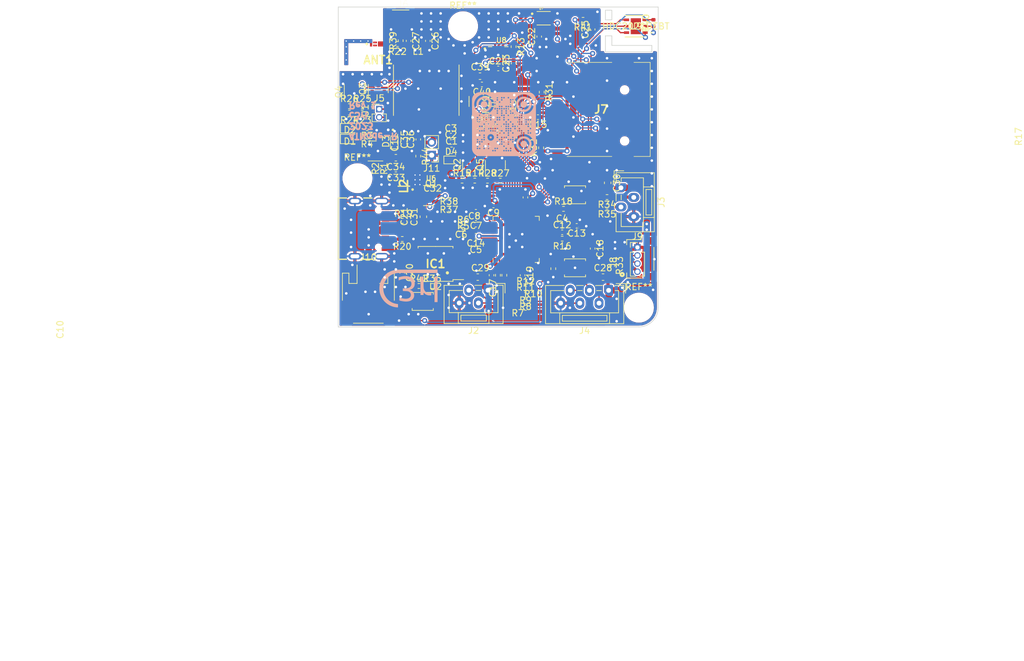
<source format=kicad_pcb>
(kicad_pcb (version 20211014) (generator pcbnew)
  (layers (0 "F.Cu" signal) (31 "B.Cu" signal) (34 "B.Paste" user) (35 "F.Paste" user) (36 "B.SilkS" user "B.Silkscreen") (37 "F.SilkS" user "F.Silkscreen") (38 "B.Mask" user) (39 "F.Mask" user) (44 "Edge.Cuts" user))
  (net 0 "")
  (net 2 "GND")
  (net 6 "+3V3")
  (net 7 "+1V1")
  (net 8 "Net-(C13-Pad2)")
  (net 9 "/RP_XIN")
  (net 10 "Net-(D1-Pad2)")
  (net 11 "Net-(D2-Pad1)")
  (net 12 "Net-(D2-Pad2)")
  (net 14 "Net-(Q1-Pad1)")
  (net 15 "/ACT_LED")
  (net 16 "/RP_USB_DP")
  (net 17 "Net-(R5-Pad2)")
  (net 18 "Net-(R6-Pad2)")
  (net 19 "Net-(R7-Pad1)")
  (net 20 "/RP_UART0_TX")
  (net 21 "Net-(R8-Pad1)")
  (net 22 "/RP_UART0_RX")
  (net 23 "Net-(R9-Pad1)")
  (net 24 "/RP_SPI0_MOSI")
  (net 25 "Net-(R10-Pad1)")
  (net 26 "/RP_SPI0_MISO")
  (net 27 "Net-(R11-Pad1)")
  (net 28 "/RP_SPI0_CS")
  (net 29 "Net-(R12-Pad1)")
  (net 30 "/RP_SPI0_CLK")
  (net 31 "Net-(R13-Pad1)")
  (net 33 "/RP_XOUT")
  (net 34 "/ACT_PIN")
  (net 35 "/RP_RUN")
  (net 36 "/LC_STANDBY")
  (net 37 "/LC_RX")
  (net 38 "/LC_TX")
  (net 39 "/LC_RESET")
  (net 40 "/HDC2021_INT")
  (net 41 "/RP_SPI1_MISO")
  (net 42 "/RP_SPI1_CS")
  (net 43 "/RP_SPI1_CLK")
  (net 44 "/RP_SPI1_MOSI")
  (net 45 "/ESP_U_SPI_INT")
  (net 46 "/RP_ESP_CHIP_EN")
  (net 47 "/RP_SWCLK")
  (net 48 "/RP_SWD")
  (net 53 "/RP_SENSOR_VDD_1_EN")
  (net 54 "/LSM_INT2")
  (net 55 "/LSM_INT1")
  (net 56 "/APDS_INT")
  (net 57 "/RP_QSPI_SD3")
  (net 58 "/RP_QSPI_SCLK")
  (net 59 "/RP_QSPI_SD0")
  (net 60 "/RP_QSPI_SD2")
  (net 61 "/RP_QSPI_SD1")
  (net 62 "/RP_QSPI_SS_N")
  (net 63 "/I2C_SDA")
  (net 64 "/I2C_SCL")
  (net 66 "/LC_RF_IN")
  (net 68 "Net-(J1-PadB5)")
  (net 69 "Net-(J1-PadA5)")
  (net 71 "/VIN")
  (net 74 "Net-(Q2-Pad1)")
  (net 75 "/RP_LC_RESET")
  (net 76 "+2V8")
  (net 77 "Net-(Q5-Pad1)")
  (net 78 "/RP_LC_STANDBY")
  (net 79 "Net-(J7-Pad1)")
  (net 80 "Net-(J7-Pad8)")
  (net 85 "/VDD_APDS")
  (net 86 "Net-(J8-PadS1)")
  (net 87 "Net-(J8-Pad1)")
  (net 89 "Net-(J3-Pad2)")
  (net 90 "Net-(J3-Pad3)")
  (net 93 "Net-(C32-Pad1)")
  (net 94 "Net-(C32-Pad2)")
  (net 95 "/I2C_SDA_2V8")
  (net 96 "/I2C_SCL_2V8")
  (net 100 "Net-(ANT1-Pad4)")
  (net 101 "Net-(J6-Pad3)")
  (net 102 "/LC_RF")
  (net 103 "Net-(R40-Pad2)")
  (net 104 "Net-(R41-Pad1)")
  (net 105 "Net-(R36-Pad1)")
  (net 107 "Net-(R37-Pad2)")
  (net 108 "/RP_USB_DN")
  (net 109 "/LC_V_BCKP")
  (footprint "Package_TO_SOT_SMD:SOT-23" (layer "F.Cu") (at 97.55 99.6325 90)
    (fp_text reference "Q5")
    (fp_text value "BC817")
  )
  (footprint "Resistor_SMD:R_0402_1005Metric" (layer "F.Cu") (at 82.75 80.26 90)
    (fp_text reference "R39")
    (fp_text value "R_0402")
  )
  (footprint "Package_TO_SOT_SMD:SOT-23" (layer "F.Cu") (at 79.25 87.75 90)
    (fp_text reference "Q3")
    (fp_text value "BSS138")
  )
  (footprint "Resistor_SMD:R_0402_1005Metric" (layer "F.Cu") (at 98.32 102.1425)
    (fp_text reference "R27")
    (fp_text value "R_0402")
  )
  (footprint "Resistor_SMD:R_0402_1005Metric" (layer "F.Cu") (at 115 104.7 180)
    (fp_text reference "R34")
    (fp_text value "R_0402")
  )
  (footprint "Resistor_SMD:R_0402_1005Metric" (layer "F.Cu") (at 90.3 106.54)
    (fp_text reference "R38")
    (fp_text value "R_0402")
  )
  (footprint "Inductor_SMD:L_0402_1005Metric" (layer "F.Cu") (at 85.485 80.77 180)
    (fp_text reference "L1")
    (fp_text value "L_0402")
  )
  (footprint "c3rl:SW_1PIN_3x4x2" (layer "F.Cu") (at 110 115.75)
    (fp_text reference "SW1" hide)
    (fp_text value "SW_Push_3x4x2_tactile-Switch" hide)
  )
  (footprint "Capacitor_SMD:C_0603_1608Metric" (layer "F.Cu") (at 94.8 117.2)
    (fp_text reference "C29")
    (fp_text value "C_0603")
  )
  (footprint "Libraries:SOT95P280X100-6N" (layer "F.Cu") (at 87.115 104.47)
    (fp_text reference "U6")
    (fp_text value "AP62300TWU-7")
  )
  (footprint "Connector_JST:JST_ZE_B04B-ZESK-D_1x04_P1.50mm_Vertical" (layer "F.Cu") (at 117.175 103.25 -90)
    (fp_text reference "J3")
    (fp_text value "Conn_01x04_Male_JST_ZE")
  )
  (footprint "Capacitor_SMD:C_0402_1005Metric" (layer "F.Cu") (at 90.6 95.1)
    (fp_text reference "C3")
    (fp_text value "C_0603")
  )
  (footprint "Connector_JST:JST_PH_S2B-PH-SM4-TB_1x02-1MP_P2.00mm_Horizontal" (layer "F.Cu") (at 77.7 119.9)
    (fp_text reference "J10")
    (fp_text value "Conn_01x02_Male")
  )
  (footprint "Connector_PinHeader_2.00mm:PinHeader_1x02_P2.00mm_Vertical" (layer "F.Cu") (at 87.6 98.15 180)
    (fp_text reference "J11")
    (fp_text value "Conn_01x02_Male")
  )
  (footprint "Resistor_SMD:R_0402_1005Metric" (layer "F.Cu") (at 102.27 120)
    (fp_text reference "R11")
    (fp_text value "R_0402")
  )
  (footprint "Capacitor_SMD:C_0603_1608Metric" (layer "F.Cu") (at 82 98.55 180)
    (fp_text reference "C34")
    (fp_text value "22u")
  )
  (footprint "Capacitor_SMD:C_0402_1005Metric" (layer "F.Cu") (at 94.5 109 180)
    (fp_text reference "C6")
    (fp_text value "C_0402")
  )
  (footprint "c3rl:ANT161575ST1202A1" (layer "F.Cu") (at 78.75 80.77)
    (fp_text reference "ANT1")
    (fp_text value "ANT161575ST-1202A1" hide)
  )
  (footprint "Diode_SMD:D_SOD-523" (layer "F.Cu") (at 90.65 98.9)
    (fp_text reference "D4")
    (fp_text value "MM5Zxx")
  )
  (footprint "Libraries:XCVR_L76LBA31" (layer "F.Cu") (at 86.75 88 90)
    (fp_text reference "U1")
    (fp_text value "LC76F")
  )
  (footprint "Resistor_SMD:R_0402_1005Metric" (layer "F.Cu") (at 115.8 115.4 -90)
    (fp_text reference "R33")
    (fp_text value "R_0402")
  )
  (footprint "Package_TO_SOT_SMD:SOT-23" (layer "F.Cu") (at 94 99.6325 90)
    (fp_text reference "Q2")
    (fp_text value "BC817")
  )
  (footprint "Libraries:SON65P200X200X75-6N" (layer "F.Cu") (at 105.1 76.75)
    (fp_text reference "U7")
    (fp_text value "APDS-9306-065")
  )
  (footprint "Libraries:SON50P300X200X60-9N" (layer "F.Cu") (at 88.2 115.1375 180)
    (fp_text reference "IC1")
    (fp_text value "W25Q16JVUXIQ_TR-W25Q16JVUXIQ_TR" hide)
  )
  (footprint "Connector_PinHeader_1.27mm:PinHeader_1x04_P1.27mm_Vertical" (layer "F.Cu") (at 119.75 112.55)
    (fp_text reference "J9")
    (fp_text value "Conn_01x04_Male")
  )
  (footprint "Capacitor_SMD:C_0402_1005Metric" (layer "F.Cu") (at 90.6 96.1)
    (fp_text reference "C2")
    (fp_text value "C_0603")
  )
  (footprint "Capacitor_SMD:C_0402_1005Metric" (layer "F.Cu") (at 97.25 106 180)
    (fp_text reference "C9")
    (fp_text value "C_0402")
  )
  (footprint "Capacitor_SMD:C_0402_1005Metric" (layer "F.Cu") (at 110.26 109.2 180)
    (fp_text reference "C13")
    (fp_text value "C_0402")
  )
  (footprint "Capacitor_SMD:C_0402_1005Metric" (layer "F.Cu") (at 104.4 79.62 90)
    (fp_text reference "C22")
    (fp_text value "C_0402")
  )
  (footprint "Capacitor_SMD:C_0402_1005Metric" (layer "F.Cu") (at 96.95 116.9125 -90)
    (fp_text reference "C17")
    (fp_text value "C_0402")
  )
  (footprint "Capacitor_SMD:C_0402_1005Metric" (layer "F.Cu") (at 83 116.5 -90)
    (fp_text reference "C20")
    (fp_text value "C_0402")
  )
  (footprint "Connector_JST:JST_ZE_B04B-ZESK-D_1x04_P1.50mm_Vertical" (layer "F.Cu") (at 96.4 119.25 180)
    (fp_text reference "J2")
    (fp_text value "Conn_01x04_Male_JST_ZE")
  )
  (footprint "Resistor_SMD:R_0402_1005Metric" (layer "F.Cu") (at 100.4 81.2 -90)
    (fp_text reference "R13")
    (fp_text value "R_0402")
  )
  (footprint "Resistor_SMD:R_0402_1005Metric" (layer "F.Cu") (at 97.95 116.9125 -90)
    (fp_text reference "R7")
    (fp_text value "R_0402")
  )
  (footprint "Resistor_SMD:R_0402_1005Metric" (layer "F.Cu") (at 80 100.25 90)
    (fp_text reference "R2")
    (fp_text value "R_0402")
  )
  (footprint "Connector_JST:JST_ZE_B06B-ZESK-D_1x06_P1.50mm_Vertical" (layer "F.Cu") (at 115.25 119.275 180)
    (fp_text reference "J4")
    (fp_text value "Conn_01x06_Male_JST_ZE")
  )
  (footprint "Resistor_SMD:R_0402_1005Metric" (layer "F.Cu") (at 97.25 90.25 90)
    (fp_text reference "R29")
    (fp_text value "R")
  )
  (footprint "Resistor_SMD:R_0402_1005Metric" (layer "F.Cu") (at 90.3 105.5 180)
    (fp_text reference "R37")
    (fp_text value "R_0402")
  )
  (footprint "Capacitor_SMD:C_0603_1608Metric" (layer "F.Cu") (at 87.75 101.9 180)
    (fp_text reference "C32")
    (fp_text value "22u")
  )
  (footprint "Capacitor_SMD:C_0402_1005Metric" (layer "F.Cu") (at 95.45 92.4 180)
    (fp_text reference "C37")
    (fp_text value "C_0402")
  )
  (footprint "Capacitor_SMD:C_0402_1005Metric" (layer "F.Cu") (at 84.5 95.69 90)
    (fp_text reference "C35")
    (fp_text value "C_0603")
  )
  (footprint "Capacitor_SMD:C_0603_1608Metric" (layer "F.Cu") (at 90.7 97.4)
    (fp_text reference "C1")
    (fp_text value "C_0603")
  )
  (footprint "Resistor_SMD:R_0402_1005Metric" (layer "F.Cu") (at 74.74 90.5)
    (fp_text reference "R26")
    (fp_text value "R_0402")
  )
  (footprint "Resistor_SMD:R_0402_1005Metric" (layer "F.Cu") (at 74.74 91.5 180)
    (fp_text reference "R24")
    (fp_text value "R_0402")
  )
  (footprint "Capacitor_SMD:C_0402_1005Metric" (layer "F.Cu") (at 107.99 109.2)
    (fp_text reference "C4")
    (fp_text value "C_0402")
  )
  (footprint "Resistor_SMD:R_0402_1005Metric" (layer "F.Cu") (at 102.27 119)
    (fp_text reference "R12")
    (fp_text value "R_0402")
  )
  (footprint "Resistor_SMD:R_0402_1005Metric" (layer "F.Cu") (at 76.75 90.5)
    (fp_text reference "R25")
    (fp_text value "R_0402")
  )
  (footprint "Capacitor_SMD:C_0402_1005Metric" (layer "F.Cu") (at 85.5 95.69 90)
    (fp_text reference "C36")
    (fp_text value "C_0603")
  )
  (footprint "Package_DFN_QFN:DFN-8-1EP_3x2mm_P0.5mm_EP1.3x1.5mm" (layer "F.Cu") (at 99.75 94 90)
    (fp_text reference "U5")
    (fp_text value "ATECC608A-MAHDA")
  )
  (footprint "LED_SMD:LED_0603_1608Metric" (layer "F.Cu") (at 74.835 93.94)
    (fp_text reference "D1")
    (fp_text value "LED_0603")
  )
  (footprint "Capacitor_SMD:C_0402_1005Metric" (layer "F.Cu") (at 95.45 87.1 180)
    (fp_text reference "C40")
    (fp_text value "C_0402")
  )
  (footprint "Capacitor_SMD:C_0402_1005Metric" (layer "F.Cu") (at 94.5 110.75 180)
    (fp_text reference "C14")
    (fp_text value "C_0402")
  )
  (footprint "Capacitor_SMD:C_0402_1005Metric" (layer "F.Cu") (at 94.5 107 180)
    (fp_text reference "C8")
    (fp_text value "C_0402")
  )
  (footprint "Capacitor_SMD:C_0402_1005Metric" (layer "F.Cu") (at 83.99 80.29 -90)
    (fp_text reference "C27")
    (fp_text value "C_0402")
  )
  (footprint "Resistor_SMD:R_0402_1005Metric" (layer "F.Cu") (at 106.6 115.89 -90)
    (fp_text reference "R17")
    (fp_text value "R_0402")
  )
  (footprint "Resistor_SMD:R_0402_1005Metric" (layer "F.Cu") (at 76.74 91.5 180)
    (fp_text reference "R23")
    (fp_text value "R_0402")
  )
  (footprint "Capacitor_SMD:C_0402_1005Metric" (layer "F.Cu") (at 104.2 92.2 180)
    (fp_text reference "C15")
    (fp_text value "C_0402")
  )
  (footprint "Resistor_SMD:R_0402_1005Metric" (layer "F.Cu") (at 83 111.25 180)
    (fp_text reference "R20")
    (fp_text value "R_0402")
  )
  (footprint "Capacitor_SMD:C_0402_1005Metric" (layer "F.Cu") (at 94.5 111.7625 180)
    (fp_text reference "C5")
    (fp_text value "C_0402")
  )
  (footprint "Capacitor_SMD:C_0603_1608Metric" (layer "F.Cu") (at 115.1 102.475 -90)
    (fp_text reference "C30")
    (fp_text value "C_0603")
  )
  (footprint "Capacitor_SMD:C_0402_1005Metric" (layer "F.Cu") (at 94.52 108 180)
    (fp_text reference "C7")
    (fp_text value "C_0402")
  )
  (footprint "Capacitor_SMD:C_0402_1005Metric" (layer "F.Cu") (at 98 84.6)
    (fp_text reference "C24")
    (fp_text value "C_0402")
  )
  (footprint "Resistor_SMD:R_0402_1005Metric" (layer "F.Cu") (at 102.26 121)
    (fp_text reference "R10")
    (fp_text value "R_0402")
  )
  (footprint "Resistor_SMD:R_0402_1005Metric" (layer "F.Cu") (at 94.33 102.1325)
    (fp_text reference "R14")
    (fp_text value "R_0402")
  )
  (footprint "Libraries:TFP09212B" (layer "F.Cu") (at 121.75 91 180)
    (fp_text reference "J7")
    (fp_text value "TFP09-2-12B" hide)
  )
  (footprint "Resistor_SMD:R_0402_1005Metric" (layer "F.Cu") (at 79 100.25 -90)
    (fp_text reference "R1")
    (fp_text value "R_0402")
  )
  (footprint "Resistor_SMD:R_0402_1005Metric" (layer "F.Cu") (at 85.5 98.3 -90)
    (fp_text reference "R44")
    (fp_text value "R_0402")
  )
  (footprint "Resistor_SMD:R_0402_1005Metric" (layer "F.Cu") (at 82.25 80.785 180)
    (fp_text reference "R22")
    (fp_text value "R_0402")
  )
  (footprint "Capacitor_SMD:C_0603_1608Metric" (layer "F.Cu") (at 83.25 96.15 90)
    (fp_text reference "C11")
    (fp_text value "C_0603")
  )
  (footprint "Package_TO_SOT_SMD:SOT-23-5" (layer "F.Cu") (at 95 89.75 -90)
    (fp_text reference "U4")
    (fp_text value "AP2171W")
  )
  (footprint "Package_DFN_QFN:QFN-56-1EP_7x7mm_P0.4mm_EP3.2x3.2mm" (layer "F.Cu") (at 100.8 111.3125 90)
    (fp_text reference "U3")
    (fp_text value "RP2040")
  )
  (footprint "Resistor_SMD:R_0402_1005Metric" (layer "F.Cu") (at 92.35 102.1325)
    (fp_text reference "R15")
    (fp_text value "R_0402")
  )
  (footprint "Libraries:INDC2520X100N" (layer "F.Cu") (at 83.25 103 90)
    (fp_text reference "L2")
    (fp_text value "SRP3212-2R2M" hide)
  )
  (footprint "Resistor_SMD:R_0402_1005Metric" (layer "F.Cu") (at 92.53 109.4)
    (fp_text reference "R6")
    (fp_text value "R_0402")
  )
  (footprint "Package_SO:SOIC-8_5.23x5.23mm_P1.27mm" (layer "F.Cu") (at 88.2 115.1375 180)
    (fp_text reference "U2")
    (fp_text value "W25Q32JVSS")
  )
  (footprint "Capacitor_SMD:C_0603_1608Metric" (layer "F.Cu") (at 95.15 93.7)
    (fp_text reference "C38")
    (fp_text value "C_0603")
  )
  (footprint "Resistor_SMD:R_0402_1005Metric" (layer "F.Cu") (at 104.8 88.3 -90)
    (fp_text reference "R31")
    (fp_text value "R_0402")
  )
  (footprint "Resistor_SMD:R_0402_1005Metric" (layer "F.Cu") (at 115 106.2 180)
    (fp_text reference "R35")
    (fp_text value "R_0402")
  )
  (footprint "c3rl:SW_1PIN_3x4x2" (layer "F.Cu") (at 110 104.34)
    (fp_text reference "SW2" hide)
    (fp_text value "SW_Push_3x4x2_tactile-Switch" hide)
  )
  (footprint "c3rl:HRS_U.FL-R-SMT(01)" (layer "F.Cu") (at 82.75 76.77)
    (fp_text reference "J6")
    (fp_text value "U.FL-R-SMT(01)")
  )
  (footprint "Capacitor_SMD:C_0603_1608Metric" (layer "F.Cu") (at 86.3 107.775 90)
    (fp_text reference "C31")
    (fp_text value "22u")
  )
  (footprint "MountingHole:MountingHole_2.7mm_M2.5_ISO14580" (layer "F.Cu") (at 119.9787 121.9787)
    (fp_text reference "REF**")
    (fp_text value "MountingHole_2.7mm_M2.5_ISO14580")
  )
  (footprint "Resistor_SMD:R_0402_1005Metric" (layer "F.Cu") (at 87.69 118.6)
    (fp_text reference "R36")
    (fp_text value "R_0402")
  )
  (footprint "Libraries:JST_SM04B-SRSS-TB(LF)(SN)" (layer "F.Cu") (at 117.75 114.35 90)
    (fp_text reference "J8")
    (fp_text value "SM04B-SRSS-TB(LF)(SN)")
  )
  (footprint "Resistor_SMD:R_0402_1005Metric" (layer "F.Cu") (at 85.6 118.6)
    (fp_text reference "R42")
    (fp_text value "R_0402")
  )
  (footprint "Libraries:PQFN50P250X300X86-14N" (layer "F.Cu") (at 98 82.5)
    (fp_text reference "U8")
    (fp_text value "LSM6DSOX")
  )
  (footprint "Resistor_SMD:R_0402_1005Metric" (layer "F.Cu") (at 102.26 122)
    (fp_text reference "R9")
    (fp_text value "R_0402")
  )
  (footprint "Capacitor_SMD:C_0603_1608Metric" (layer "F.Cu") (at 114.375 117.2)
    (fp_text reference "C28")
    (fp_text value "C_0603")
  )
  (footprint "Connector_PinHeader_1.27mm:PinHeader_1x02_P1.27mm_Vertical" (layer "F.Cu") (at 79.4 90.95)
    (fp_text reference "J5")
    (fp_text value "Conn_01x02_Male")
  )
  (footprint "Resistor_SMD:R_0402_1005Metric" (layer "F.Cu") (at 83 108.4125)
    (fp_text reference "R19")
    (fp_text value "R_0402")
  )
  (footprint "Capacitor_SMD:C_0402_1005Metric" (layer "F.Cu") (at 102.25 104.75 90)
    (fp_text reference "C10")
    (fp_text value "C_0402")
  )
  (footprint "Resistor_SMD:R_0402_1005Metric" (layer "F.Cu") (at 92.53 110.4)
    (fp_text reference "R5")
    (fp_text value "R_0402")
  )
  (footprint "Capacitor_SMD:C_0402_1005Metric" (layer "F.Cu") (at 112.75 78.5 90)
    (fp_text reference "C25")
    (fp_text value "C_0402")
  )
  (footprint "Resistor_SMD:R_0402_1005Metric" (layer "F.Cu") (at 111.25 77 180)
    (fp_text reference "R41")
    (fp_text value "R_0402")
  )
  (footprint "Capacitor_SMD:C_0402_1005Metric" (layer "F.Cu") (at 101.8 116.92 -90)
    (fp_text reference "C19")
    (fp_text value "C_0402")
  )
  (footprint "LED_SMD:LED_0603_1608Metric" (layer "F.Cu") (at 74.825 95.62)
    (fp_text reference "D2")
    (fp_text value "LED_0603")
  )
  (footprint "Capacitor_SMD:C_0402_1005Metric" (layer "F.Cu") (at 99.1 90.88 -90)
    (fp_text reference "C16")
    (fp_text value "C_0402")
  )
  (footprint "c3rl:SW_1PIN_3x4x2" (layer "F.Cu") (at 86.2 121 180)
    (fp_text reference "SW3" hide)
    (fp_text value "SW_Push_3x4x2_tactile-Switch" hide)
  )
  (footprint "c3rl:PHDC2021DEBT" (layer "F.Cu") (at 119.5 78 180)
    (fp_text reference "U9")
    (fp_text value "HDC2021DEBT")
  )
  (footprint "Package_TO_SOT_SMD:SOT-23" (layer "F.Cu") (at 78.3 97.5 180)
    (fp_text reference "Q1")
    (fp_text value "BC817")
  )
  (footprint "Resistor_SMD:R_0402_1005Metric" (layer "F.Cu") (at 77.51 93.94 180)
    (fp_text reference "R3")
    (fp_text value "R_0402")
  )
  (footprint "Resistor_SMD:R_0402_1005Metric" (layer "F.Cu") (at 122.25 77.5 90)
    (fp_text reference "R40")
    (fp_text value "R_0402")
  )
  (footprint "Resistor_SMD:R_0402_1005Metric" (layer "F.Cu") (at 77.49 95.25 180)
    (fp_text reference "R4")
    (fp_text value "R_0402")
  )
  (footprint "c3rl:OSCSC320X250X100N" (layer "F.Cu") (at 110.61 111.7)
    (fp_text reference "Y1")
    (fp_text value "ABM8-24.000MHZ-B2-T-ABM8-24.000MHZ-B2-T")
  )
  (footprint "Resistor_SMD:R_0402_1005Metric" (layer "F.Cu") (at 108.2 106.54)
    (fp_text reference "R18")
    (fp_text value "R_0402")
  )
  (footprint "Capacitor_SMD:C_0402_1005Metric" (layer "F.Cu") (at 87 80.29 -90)
    (fp_text reference "C26")
    (fp_text value "C_0402")
  )
  (footprint "Resistor_SMD:R_0402_1005Metric" (layer "F.Cu") (at 104.7 97 90)
    (fp_text reference "R32")
    (fp_text value "R_0402")
  )
  (footprint "Resistor_SMD:R_0402_1005Metric" (layer "F.Cu") (at 98.95 116.9125 -90)
    (fp_text reference "R8")
    (fp_text value "R_0402")
  )
  (footprint "Capacitor_SMD:C_0603_1608Metric" (layer "F.Cu") (at 84.75 107.75 90)
    (fp_text reference "C21")
    (fp_text value "22u")
  )
  (footprint "c3rl:GCT_USB4105-GF-A" (layer "F.Cu") (at 75.6 109.63 -90)
    (fp_text reference "J1" hide)
    (fp_text value "USB4105-GF-A-USB4105-GF-A" hide)
  )
  (footprint "Capacitor_SMD:C_0603_1608Metric" (layer "F.Cu") (at 95.15 85.8)
    (fp_text reference "C39")
    (fp_text value "C_0603")
  )
  (footprint "Resistor_SMD:R_0402_1005Metric" (layer "F.Cu") (at 96.32 102.1425)
    (fp_text reference "R28")
    (fp_text value "R_0402")
  )
  (footprint "Package_TO_SOT_SMD:SOT-23" (layer "F.Cu") (at 75.5 87.75 90)
    (fp_text reference "Q4")
    (fp_text value "BSS138")
  )
  (footprint "Diode_SMD:D_SOD-523" (layer "F.Cu") (at 81.75 96 90)
    (fp_text reference "D3")
    (fp_text value "MM5Zxx")
  )
  (footprint "MountingHole:MountingHole_2.7mm_M2.5_ISO14580" (layer "F.Cu") (at 76 101.75)
    (fp_text reference "REF**")
    (fp_text value "MountingHole_2.7mm_M2.5_ISO14580")
  )
  (footprint "Resistor_SMD:R_0402_1005Metric" (layer "F.Cu") (at 107.99 111.2 180)
    (fp_text reference "R16")
    (fp_text value "R_0402")
  )
  (footprint "MountingHole:MountingHole_2.7mm_M2.5_ISO14580" (layer "F.Cu") (at 92.5 78)
    (fp_text reference "REF**")
    (fp_text value "MountingHole_2.7mm_M2.5_ISO14580")
  )
  (footprint "Capacitor_SMD:C_0402_1005Metric" (layer "F.Cu") (at 107.99 110.2)
    (fp_text reference "C12")
    (fp_text value "C_0402")
  )
  (footprint "Capacitor_SMD:C_0402_1005Metric" (layer "F.Cu") (at 112.75 112.75 -90)
    (fp_text reference "C18")
    (fp_text value "C_0402")
  )
  (footprint "Capacitor_SMD:C_0402_1005Metric" (layer "F.Cu") (at 100.4 83.8 90)
    (fp_text reference "C23")
    (fp_text value "C_0402")
  )
  (footprint "Capacitor_SMD:C_0603_1608Metric" (layer "F.Cu") (at 82 100.25 180)
    (fp_text reference "C33")
    (fp_text value "22u")
  )
  (footprint "Logos:c3rl_qr_atnoder" (layer "B.Cu") (at 98.9 93.3 180)
    (fp_text reference "G***" hide)
    (fp_text value "LOGO" hide)
  )
  (footprint "Logos:c3rl_sqaure" (layer "B.Cu") (at 84 119)
    (fp_text reference "G***" hide)
    (fp_text value "LOGO" hide)
  )
  (gr_line (start 122 82) (end 122 81) (layer "Edge.Cuts") (width 0.1))
  (gr_line (start 122 81) (end 115.75 81) (layer "Edge.Cuts") (width 0.1))
  (gr_rect (start 114.75 75.5) (end 115.75 77) (layer "Edge.Cuts") (width 0.1) (fill none))
  (gr_line (start 115.75 79.5) (end 114.75 79.5) (layer "Edge.Cuts") (width 0.1))
  (gr_line (start 73 125) (end 119.97868 124.97868) (layer "Edge.Cuts") (width 0.1))
  (gr_line (start 115.75 81) (end 115.75 79.5) (layer "Edge.Cuts") (width 0.1))
  (gr_line (start 114.75 79.5) (end 114.75 82) (layer "Edge.Cuts") (width 0.1))
  (gr_arc (start 122.97868 121.97868) (mid 122.1 124.1) (end 119.97868 124.97868) (layer "Edge.Cuts") (width 0.1))
  (gr_line (start 114.75 82) (end 122 82) (layer "Edge.Cuts") (width 0.1))
  (gr_line (start 122.97868 121.97868) (end 123 75) (layer "Edge.Cuts") (width 0.1))
  (gr_line (start 73 75) (end 73 125) (layer "Edge.Cuts") (width 0.1))
  (gr_line (start 123 75) (end 73 75) (layer "Edge.Cuts") (width 0.1))
  (gr_text "ATNode-R\n2023\nc3rl\nRev 1" (at 74.5 92.75 180) (layer "B.SilkS") (effects (font (size 1 1) (thickness 0.25)) (justify left mirror)))
  (segment (start 111.75 79) (end 112.73 79) (width 0.2) (layer "F.Cu") (net 2))
  (segment (start 117.75 112.85) (end 119.45 112.85) (width 0.5) (layer "F.Cu") (net 2))
  (segment (start 122.24 78) (end 122.25 78.01) (width 0.2) (layer "F.Cu") (net 2))
  (segment (start 122.25 78.01) (end 122.25 79) (width 0.2) (layer "F.Cu") (net 2))
  (segment (start 81.17 106.43) (end 81.6 106) (width 0.6) (layer "F.Cu") (net 2))
  (segment (start 112.73 79) (end 112.75 78.98) (width 0.2) (layer "F.Cu") (net 2))
  (segment (start 119.45 112.85) (end 119.75 112.55) (width 0.5) (layer "F.Cu") (net 2))
  (segment (start 120.9478 78) (end 122.24 78) (width 0.2) (layer "F.Cu") (net 2))
  (segment (start 94.6125 93.7) (end 94.55 93.6375) (width 0.2) (layer "F.Cu") (net 2))
  (segment (start 81.08 112.83) (end 81.75 113.5) (width 0.6) (layer "F.Cu") (net 2))
  (segment (start 80.355 106.43) (end 81.17 106.43) (width 0.6) (layer "F.Cu") (net 2))
  (segment (start 80.355 112.83) (end 81.08 112.83) (width 0.6) (layer "F.Cu") (net 2))
  (via (at 86.5 95.2) (size 0.8) (drill 0.4) (layers "F.Cu" "B.Cu") (net 2))
  (via (at 80.25 117.25) (size 0.8) (drill 0.4) (layers "F.Cu" "B.Cu") (net 2))
  (via (at 84.5 78.5) (size 0.8) (drill 0.4) (layers "F.Cu" "B.Cu") (net 2))
  (via (at 102.5 101.75) (size 0.8) (drill 0.4) (layers "F.Cu" "B.Cu") (net 2))
  (via (at 94 92.25) (size 0.8) (drill 0.4) (layers "F.Cu" "B.Cu") (net 2))
  (via (at 91.5 99.75) (size 0.8) (drill 0.4) (layers "F.Cu" "B.Cu") (net 2))
  (via (at 88.9 94.6) (size 0.8) (drill 0.4) (layers "F.Cu" "B.Cu") (net 2))
  (via (at 85.6 91) (size 0.8) (drill 0.4) (layers "F.Cu" "B.Cu") (net 2))
  (via (at 96.5 84.75) (size 0.8) (drill 0.4) (layers "F.Cu" "B.Cu") (net 2))
  (via (at 113.8 112.2) (size 0.8) (drill 0.4) (layers "F.Cu" "B.Cu") (net 2))
  (via (at 100.5 88.75) (size 0.8) (drill 0.4) (layers "F.Cu" "B.Cu") (net 2))
  (via (at 116.25 112.75) (size 0.8) (drill 0.4) (layers "F.Cu" "B.Cu") (net 2))
  (via (at 115 86.5) (size 0.8) (drill 0.4) (layers "F.Cu" "B.Cu") (net 2))
  (via (at 92.5 96) (size 0.8) (drill 0.4) (layers "F.Cu" "B.Cu") (net 2))
  (via (at 90.25 85) (size 0.8) (drill 0.4) (layers "F.Cu" "B.Cu") (net 2))
  (via (at 102.25 103.5) (size 0.8) (drill 0.4) (layers "F.Cu" "B.Cu") (net 2))
  (via (at 104.25 86.75) (size 0.8) (drill 0.4) (layers "F.Cu" "B.Cu") (net 2))
  (via (at 87.25 85) (size 0.8) (drill 0.4) (layers "F.Cu" "B.Cu") (net 2))
  (via (at 112.25 102.25) (size 0.8) (drill 0.4) (layers "F.Cu" "B.Cu") (net 2))
  (via (at 113.5 75.75) (size 0.8) (drill 0.4) (layers "F.Cu" "B.Cu") (net 2))
  (via (at 88.75 85) (size 0.8) (drill 0.4) (layers "F.Cu" "B.Cu") (net 2))
  (via (at 112.25 99.25) (size 0.8) (drill 0.4) (layers "F.Cu" "B.Cu") (net 2))
  (via (at 122 97) (size 0.8) (drill 0.4) (layers "F.Cu" "B.Cu") (net 2))
  (via (at 96.25 103) (size 0.8) (drill 0.4) (layers "F.Cu" "B.Cu") (net 2))
  (via (at 96.5 77.25) (size 0.8) (drill 0.4) (layers "F.Cu" "B.Cu") (net 2))
  (via (at 89 77.25) (size 0.8) (drill 0.4) (layers "F.Cu" "B.Cu") (net 2))
  (via (at 94.75 96.5) (size 0.8) (drill 0.4) (layers "F.Cu" "B.Cu") (net 2))
  (via (at 105.3 101.8) (size 0.8) (drill 0.4) (layers "F.Cu" "B.Cu") (net 2))
  (via (at 93.5 113.5) (size 0.8) (drill 0.4) (layers "F.Cu" "B.Cu") (net 2))
  (via (at 93 107) (size 0.8) (drill 0.4) (layers "F.Cu" "B.Cu") (net 2))
  (via (at 109.75 95.25) (size 0.8) (drill 0.4) (layers "F.Cu" "B.Cu") (net 2))
  (via (at 111.75 109.25) (size 0.8) (drill 0.4) (layers "F.Cu" "B.Cu") (net 2))
  (via (at 98.75 122) (size 0.8) (drill 0.4) (layers "F.Cu" "B.Cu") (net 2))
  (via (at 98 77.25) (size 0.8) (drill 0.4) (layers "F.Cu" "B.Cu") (net 2))
  (via (at 101.75 79) (size 0.8) (drill 0.4) (layers "F.Cu" "B.Cu") (net 2))
  (via (at 92.5 99) (size 0.8) (drill 0.4) (layers "F.Cu" "B.Cu") (net 2))
  (via (at 75 112.5) (size 0.8) (drill 0.4) (layers "F.Cu" "B.Cu") (net 2))
  (via (at 103 116.25) (size 0.8) (drill 0.4) (layers "F.Cu" "B.Cu") (net 2))
  (via (at 87 116.75) (size 0.8) (drill 0.4) (layers "F.Cu" "B.Cu") (net 2))
  (via (at 98 76) (size 0.8) (drill 0.4) (layers "F.Cu" "B.Cu") (net 2))
  (via (at 92.25 87.75) (size 0.8) (drill 0.4) (layers "F.Cu" "B.Cu") (net 2))
  (via (at 85 79.75) (size 0.8) (drill 0.4) (layers "F.Cu" "B.Cu") (net 2))
  (via (at 104.5 99.25) (size 0.8) (drill 0.4) (layers "F.Cu" "B.Cu") (net 2))
  (via (at 92.75 82.25) (size 0.8) (drill 0.4) (layers "F.Cu" "B.Cu") (net 2))
  (via (at 88 79.75) (size 0.8) (drill 0.4) (layers "F.Cu" "B.Cu") (net 2))
  (via (at 80.8 92.75) (size 0.8) (drill 0.4) (layers "F.Cu" "B.Cu") (net 2))
  (via (at 109.75 114) (size 0.8) (drill 0.4) (layers "F.Cu" "B.Cu") (net 2))
  (via (at 97.75 119.5) (size 0.8) (drill 0.4) (layers "F.Cu" "B.Cu") (net 2))
  (via (at 104 83) (size 0.8) (drill 0.4) (layers "F.Cu" "B.Cu") (net 2))
  (via (at 110.75 108.25) (size 0.8) (drill 0.4) (layers "F.Cu" "B.Cu") (net 2))
  (via (at 105.5 81.25) (size 0.8) (drill 0.4) (layers "F.Cu" "B.Cu") (net 2))
  (via (at 81.8 94.4) (size 0.8) (drill 0.4) (layers "F.Cu" "B.Cu") (net 2))
  (via (at 105.8 118) (size 0.8) (drill 0.4) (layers "F.Cu" "B.Cu") (net 2))
  (via (at 84.75 111.25) (size 0.8) (drill 0.4) (layers "F.Cu" "B.Cu") (net 2))
  (via (at 76.75 85.5) (size 0.8) (drill 0.4) (layers "F.Cu" "B.Cu") (net 2))
  (via (at 89 87.75) (size 0.8) (drill 0.4) (layers "F.Cu" "B.Cu") (net 2))
  (via (at 93 108.5) (size 0.8) (drill 0.4) (layers "F.Cu" "B.Cu") (net 2))
  (via (at 85.5 87.75) (size 0.8) (drill 0.4) (layers "F.Cu" "B.Cu") (net 2))
  (via (at 101.75 110.5) (size 0.8) (drill 0.4) (layers "F.Cu" "B.Cu") (net 2))
  (via (at 85 102) (size 0.45) (drill 0.2) (layers "F.Cu" "B.Cu") (net 2))
  (via (at 81 83.25) (size 0.8) (drill 0.4) (layers "F.Cu" "B.Cu") (net 2))
  (via (at 97.25 92.25) (size 0.8) (drill 0.4) (layers "F.Cu" "B.Cu") (net 2))
  (via (at 80.25 116) (size 0.8) (drill 0.4) (layers "F.Cu" "B.Cu") (net 2))
  (via (at 89 76) (size 0.8) (drill 0.4) (layers "F.Cu" "B.Cu") (net 2))
  (via (at 103 117.5) (size 0.8) (drill 0.4) (layers "F.Cu" "B.Cu") (net 2))
  (via (at 76.5 92.5) (size 0.8) (drill 0.4) (layers "F.Cu" "B.Cu") (net 2))
  (via (at 80.75 90) (size 0.8) (drill 0.4) (layers "F.Cu" "B.Cu") (net 2))
  (via (at 99.75 112.5) (size 0.8) (drill 0.4) (layers "F.Cu" "B.Cu") (net 2))
  (via (at 96 81.75) (size 0.8) (drill 0.4) (layers "F.Cu" "B.Cu") (net 2))
  (via (at 122 87) (size 0.8) (drill 0.4) (layers "F.Cu" "B.Cu") (net 2))
  (via (at 96.75 106.75) (size 0.8) (drill 0.4) (layers "F.Cu" "B.Cu") (net 2))
  (via (at 115 83) (size 0.8) (drill 0.4) (layers "F.Cu" "B.Cu") (net 2))
  (via (at 92.75 81) (size 0.8) (drill 0.4) (layers "F.Cu" "B.Cu") (net 2))
  (via (at 122.2 119.2) (size 0.8) (drill 0.4) (layers "F.Cu" "B.Cu") (net 2))
  (via (at 88.5 111.25) (size 0.8) (drill 0.4) (layers "F.Cu" "B.Cu") (net 2))
  (via (at 75.5 88.5) (size 0.8) (drill 0.4) (layers "F.Cu" "B.Cu") (net 2))
  (via (at 98 82.5) (size 0.8) (drill 0.4) (layers "F.Cu" "B.Cu") (net 2))
  (via (at 81.75 113.5) (size 0.8) (drill 0.4) (layers "F.Cu" "B.Cu") (net 2))
  (via (at 89 78.5) (size 0.8) (drill 0.4) (layers "F.Cu" "B.Cu") (net 2))
  (via (at 91.25 108.5) (size 0.8) (drill 0.4) (layers "F.Cu" "B.Cu") (net 2))
  (via (at 79 94.25) (size 0.8) (drill 0.4) (layers "F.Cu" "B.Cu") (net 2))
  (via (at 82 117.25) (size 0.8) (drill 0.4) (layers "F.Cu" "B.Cu") (net 2))
  (via (at 77.25 119.5) (size 0.8) (drill 0.4) (layers "F.Cu" "B.Cu") (net 2))
  (via (at 108.5 112.75) (size 0.8) (drill 0.4) (layers "F.Cu" "B.Cu") (net 2))
  (via (at 97.5 86.75) (size 0.8) (drill 0.4) (layers "F.Cu" "B.Cu") (net 2))
  (via (at 97.75 118.5) (size 0.8) (drill 0.4) (layers "F.Cu" "B.Cu") (net 2))
  (via (at 100.5 90.25) (size 0.8) (drill 0.4) (layers "F.Cu" "B.Cu") (net 2))
  (via (at 80.8 94.2) (size 0.8) (drill 0.4) (layers "F.Cu" "B.Cu") (net 2))
  (via (at 97.5 88.25) (size 0.8) (drill 0.4) (layers "F.Cu" "B.Cu") (net 2))
  (via (at 106.5 100.5) (size 0.8) (drill 0.4) (layers "F.Cu" "B.Cu") (net 2))
  (via (at 90.25 80) (size 0.8) (drill 0.4) (layers "F.Cu" "B.Cu") (net 2))
  (via (at 86 76) (size 0.8) (drill 0.4) (layers "F.Cu" "B.Cu") (net 2))
  (via (at 122 93) (size 0.8) (drill 0.4) (layers "F.Cu" "B.Cu") (net 2))
  (via (at 116.5 100.5) (size 0.8) (drill 0.4) (layers "F.Cu" "B.Cu") (net 2))
  (via (at 81 104) (size 0.8) (drill 0.4) (layers "F.Cu" "B.Cu") (net 2))
  (via (at 106.2 113.6) (size 0.8) (drill 0.4) (layers "F.Cu" "B.Cu") (net 2))
  (via (at 122 83) (size 0.8) (drill 0.4) (layers "F.Cu" "B.Cu") (net 2))
  (via (at 81.6 106) (size 0.8) (drill 0.4) (layers "F.Cu" "B.Cu") (net 2))
  (via (at 89.5 113.5) (size 0.8) (drill 0.4) (layers "F.Cu" "B.Cu") (net 2))
  (via (at 74.25 92.5) (size 0.8) (drill 0.4) (layers "F.Cu" "B.Cu") (net 2))
  (via (at 85.75 101.25) (size 0.45) (drill 0.2) (layers "F.Cu" "B.Cu") (net 2))
  (via (at 91 81) (size 0.8) (drill 0.4) (layers "F.Cu" "B.Cu") (net 2))
  (via (at 122 95) (size 0.8) (drill 0.4) (layers "F.Cu" "B.Cu") (net 2))
  (via (at 85.75 102.75) (size 0.45) (drill 0.2) (layers "F.Cu" "B.Cu") (net 2))
  (via (at 75.25 85.5) (size 0.8) (drill 0.4) (layers "F.Cu" "B.Cu") (net 2))
  (via (at 100.75 111.5) (size 0.8) (drill 0.4) (layers "F.Cu" "B.Cu") (net 2))
  (via (at 83.2 106) (size 0.8) (drill 0.4) (layers "F.Cu" "B.Cu") (net 2))
  (via (at 81.75 114.75) (size 0.8) (drill 0.4) (layers "F.Cu" "B.Cu") (net 2))
  (via (at 113.75 114.25) (size 0.8) (drill 0.4) (layers "F.Cu" "B.Cu") (net 2))
  (via (at 94.6 83.8) (size 0.8) (drill 0.4) (layers "F.Cu" "B.Cu") (net 2))
  (via (at 109.75 92.25) (size 0.8) (drill 0.4) (layers "F.Cu" "B.Cu") (net 2))
  (via (at 92.25 89.75) (size 0.8) (drill 0.4) (layers "F.Cu" "B.Cu") (net 2))
  (via (at 111.25 79.75) (size 0.8) (drill 0.4) (layers "F.Cu" "B.Cu") (net 2))
  (via (at 95 76) (size 0.8) (drill 0.4) (layers "F.Cu" "B.Cu") (net 2))
  (via (at 100.5 86.75) (size 0.8) (drill 0.4) (layers "F.Cu" "B.Cu") (net 2))
  (via (at 105.5 80) (size 0.8) (drill 0.4) (layers "F.Cu" "B.Cu") (net 2))
  (via (at 88.5 116.75) (size 0.8) (drill 0.4) (layers "F.Cu" "B.Cu") (net 2))
  (via (at 90.25 118.25) (size 0.8) (drill 0.4) (layers "F.Cu" "B.Cu") (net 2))
  (via (at 108.75 86.75) (size 0.8) (drill 0.4) (layers "F.Cu" "B.Cu") (net 2))
  (via (at 81.25 79.75) (size 0.8) (drill 0.4) (layers "F.Cu" "B.Cu") (net 2))
  (via (at 99.75 110.5) (size 0.8) (drill 0.4) (layers "F.Cu" "B.Cu") (net 2))
  (via (at 96.5 79.75) (size 0.8) (drill 0.4) (layers "F.Cu" "B.Cu") (net 2))
  (via (at 90.25 120) (size 0.8) (drill 0.4) (layers "F.Cu" "B.Cu") (net 2))
  (via (at 93.5 121.25) (size 0.8) (drill 0.4) (layers "F.Cu" "B.Cu") (net 2))
  (via (at 106.5 86.75) (size 0.8) (drill 0.4) (layers "F.Cu" "B.Cu") (net 2))
  (via (at 87.5 76) (size 0.8) (drill 0.4) (layers "F.Cu" "B.Cu") (net 2))
  (via (at 86 79.75) (size 0.8) (drill 0.4) (layers "F.Cu" "B.Cu") (net 2))
  (via (at 104.5 81.25) (size 0.8) (drill 0.4) (layers "F.Cu" "B.Cu") (net 2))
  (via (at 84.5 94.4) (size 0.8) (drill 0.4) (layers "F.Cu" "B.Cu") (net 2))
  (via (at 89.7 103.3) (size 0.8) (drill 0.4) (layers "F.Cu" "B.Cu") (net 2))
  (via (at 94.6 116.2) (size 0.8) (drill 0.4) (layers "F.Cu" "B.Cu") (net 2))
  (via (at 92.5 111.25) (size 0.8) (drill 0.4) (layers "F.Cu" "B.Cu") (net 2))
  (via (at 95 79.75) (size 0.8) (drill 0.4) (layers "F.Cu" "B.Cu") (net 2))
  (via (at 89.25 108.5) (size 0.8) (drill 0.4) (layers "F.Cu" "B.Cu") (net 2))
  (via (at 85.75 85) (size 0.8) (drill 0.4) (layers "F.Cu" "B.Cu") (net 2))
  (via (at 75.2 115.3) (size 0.8) (drill 0.4) (layers "F.Cu" "B.Cu") (net 2))
  (via (at 74.25 98.25) (size 0.8) (drill 0.4) (layers "F.Cu" "B.Cu") (net 2))
  (via (at 88.5 107) (size 0.8) (drill 0.4) (layers "F.Cu" "B.Cu") (net 2))
  (via (at 116.25 111.75) (size 0.8) (drill 0.4) (layers "F.Cu" "B.Cu") (net 2))
  (via (at 85 101.25) (size 0.45) (drill 0.2) (layers "F.Cu" "B.Cu") (net 2))
  (via (at 98 96.25) (size 0.8) (drill 0.4) (layers "F.Cu" "B.Cu") (net 2))
  (via (at 99.5 84.5) (size 0.8) (drill 0.4) (layers "F.Cu" "B.Cu") (net 2))
  (via (at 122 103) (size 0.8) (drill 0.4) (layers "F.Cu" "B.Cu") (net 2))
  (via (at 86.5 111.25) (size 0.8) (drill 0.4) (layers "F.Cu" "B.Cu") (net 2))
  (via (at 103 92.25) (size 0.8) (drill 0.4) (layers "F.Cu" "B.Cu") (net 2))
  (via (at 78.25 85.5) (size 0.8) (drill 0.4) (layers "F.Cu" "B.Cu") (net 2))
  (via (at 109.2 122) (size 0.8) (drill 0.4) (layers "F.Cu" "B.Cu") (net 2))
  (via (at 81 102.75) (size 0.8) (drill 0.4) (layers "F.Cu" "B.Cu") (net 2))
  (via (at 108.5 108.25) (size 0.8) (drill 0.4) (layers "F.Cu" "B.Cu") (net 2))
  (via (at 105.75 94.25) (size 0.8) (drill 0.4) (layers "F.Cu" "B.Cu") (net 2))
  (via (at 90.25 122) (size 0.8) (drill 0.4) (layers "F.Cu" "B.Cu") (net 2))
  (via (at 91.25 107) (size 0.8) (drill 0.4) (layers "F.Cu" "B.Cu") (net 2))
  (via (at 73.75 87) (size 0.8) (drill 0.4) (layers "F.Cu" "B.Cu") (net 2))
  (via (at 96.5 78.5) (size 0.8) (drill 0.4) (layers "F.Cu" "B.Cu") (net 2))
  (via (at 105.7 107.6) (size 0.8) (drill 0.4) (layers "F.Cu" "B.Cu") (net 2))
  (via (at 79.75 85.5) (size 0.8) (drill 0.4) (layers "F.Cu" "B.Cu") (net 2))
  (via (at 109.25 79.5) (size 0.8) (drill 0.4) (layers "F.Cu" "B.Cu") (net 2))
  (via (at 104.25 115) (size 0.8) (drill 0.4) (layers "F.Cu" "B.Cu") (net 2))
  (via (at 92.25 85.75) (size 0.8) (drill 0.4) (layers "F.Cu" "B.Cu") (net 2))
  (via (at 99.5 76) (size 0.8) (drill 0.4) (layers "F.Cu" "B.Cu") (net 2))
  (via (at 79.75 101.5) (size 0.8) (drill 0.4) (layers "F.Cu" "B.Cu") (net 2))
  (via (at 85.75 102) (size 0.45) (drill 0.2) (layers "F.Cu" "B.Cu") (net 2))
  (via (at 77.9 96.5) (size 0.8) (drill 0.4) (layers "F.Cu" "B.Cu") (net 2))
  (via (at 82 116) (size 0.8) (drill 0.4) (layers "F.Cu" "B.Cu") (net 2))
  (via (at 92.5 97.75) (size 0.8) (drill 0.4) (layers "F.Cu" "B.Cu") (net 2))
  (via (at 75 108.25) (size 0.8) (drill 0.4) (layers "F.Cu" "B.Cu") (net 2))
  (via (at 82.75 81.75) (size 0.8) (drill 0.4) (layers "F.Cu" "B.Cu") (net 2))
  (via (at 99.5 77.25) (size 0.8) (drill 0.4) (layers "F.Cu" "B.Cu") (net 2))
  (via (at 86 77.25) (size 0.8) (drill 0.4) (layers "F.Cu" "B.Cu") (net 2))
  (via (at 75 110.25) (size 0.8) (drill 0.4) (layers "F.Cu" "B.Cu") (net 2))
  (via (at 115 100.5) (size 0.8) (drill 0.4) (layers "F.Cu" "B.Cu") (net 2))
  (via (at 79.75 102.75) (size 0.8) (drill 0.4) (layers "F.Cu" "B.Cu") (net 2))
  (via (at 96 82.75) (size 0.8) (drill 0.4) (layers "F.Cu" "B.Cu") (net 2))
  (via (at 82 118.75) (size 0.8) (drill 0.4) (layers "F.Cu" "B.Cu") (net 2))
  (via (at 115 90.5) (size 0.8) (drill 0.4) (layers "F.Cu" "B.Cu") (net 2))
  (via (at 122 91) (size 0.8) (drill 0.4) (layers "F.Cu" "B.Cu") (net 2))
  (via (at 101.75 112.5) (size 0.8) (drill 0.4) (layers "F.Cu" "B.Cu") (net 2))
  (via (at 122.25 79) (size 0.8) (drill 0.4) (layers "F.Cu" "B.Cu") (net 2))
  (via (at 83.5 87.75) (size 0.8) (drill 0.4) (layers "F.Cu" "B.Cu") (net 2))
  (via (at 115 94) (size 0.8) (drill 0.4) (layers "F.Cu" "B.Cu") (net 2))
  (via (at 122 101) (size 0.8) (drill 0.4) (layers "F.Cu" "B.Cu") (net 2))
  (via (at 100.6 96.2) (size 0.8) (drill 0.4) (layers "F.Cu" "B.Cu") (net 2))
  (via (at 111 103.75) (size 0.8) (drill 0.4) (layers "F.Cu" "B.Cu") (net 2))
  (via (at 122.4 114.4) (size 0.8) (drill 0.4) (layers "F.Cu" "B.Cu") (net 2))
  (via (at 87.5 77.25) (size 0.8) (drill 0.4) (layers "F.Cu" "B.Cu") (net 2))
  (via (at 109.75 89) (size 0.8) (drill 0.4) (layers "F.Cu" "B.Cu") (net 2))
  (via (at 87 113.5) (size 0.8) (drill 0.4) (layers "F.Cu" "B.Cu") (net 2))
  (via (at 96.5 76) (size 0.8) (drill 0.4) (layers "F.Cu" "B.Cu") (net 2))
  (via (at 74.25 119.75) (size 0.8) (drill 0.4) (layers "F.Cu" "B.Cu") (net 2))
  (via (at 85 81.75) (size 0.8) (drill 0.4) (layers "F.Cu" "B.Cu") (net 2))
  (via (at 111.75 79) (size 0.8) (drill 0.4) (layers "F.Cu" "B.Cu") (net 2))
  (via (at 116.5 124.1) (size 0.8) (drill 0.4) (layers "F.Cu" "B.Cu") (net 2))
  (via (at 109 102.3) (size 0.8) (drill 0.4) (layers "F.Cu" "B.Cu") (net 2))
  (via (at 106.6 104.7) (size 0.8) (drill 0.4) (layers "F.Cu" "B.Cu") (net 2))
  (via (at 84 123) (size 0.8) (drill 0.4) (layers "F.Cu" "B.Cu") (net 2))
  (via (at 87.5 108.5) (size 0.8) (drill 0.4) (layers "F.Cu" "B.Cu") (net 2))
  (via (at 107.25 82.75) (size 0.8) (drill 0.4) (layers "F.Cu" "B.Cu") (net 2))
  (via (at 85.5 123) (size 0.8) (drill 0.4) (layers "F.Cu" "B.Cu") (net 2))
  (via (at 94.75 95) (size 0.8) (drill 0.4) (layers "F.Cu" "B.Cu") (net 2))
  (via (at 94 87.25) (size 0.8) (drill 0.4) (layers "F.Cu" "B.Cu") (net 2))
  (via (at 81 82) (size 0.8) (drill 0.4) (layers "F.Cu" "B.Cu") (net 2))
  (via (at 78 106) (size 0.8) (drill 0.4) (layers "F.Cu" "B.Cu") (net 2))
  (via (at 120 83) (size 0.8) (drill 0.4) (layers "F.Cu" "B.Cu") (net 2))
  (via (at 81.25 78.5) (size 0.8) (drill 0.4) (layers "F.Cu" "B.Cu") (net 2))
  (via (at 115.5 108.5) (size 0.8) (drill 0.4) (layers "F.Cu" "B.Cu") (net 2))
  (via (at 78 104.5) (size 0.8) (drill 0.4) (layers "F.Cu" "B.Cu") (net 2))
  (via (at 113.25 81) (size 0.8) (drill 0.4) (layers "F.Cu" "B.Cu") (net 2))
  (via (at 94 103.25) (size 0.8) (drill 0.4) (layers "F.Cu" "B.Cu") (net 2))
  (via (at 80.25 118.75) (size 0.8) (drill 0.4) (layers "F.Cu" "B.Cu") (net 2))
  (via (at 92.5 103.25) (size 0.8) (drill 0.4) (layers "F.Cu" "B.Cu") (net 2))
  (via (at 86 78.5) (size 0.8) (drill 0.4) (layers "F.Cu" "B.Cu") (net 2))
  (via (at 92 118.25) (size 0.8) (drill 0.4) (layers "F.Cu" "B.Cu") (net 2))
  (via (at 89.7 102.1) (size 0.8) (drill 0.4) (layers "F.Cu" "B.Cu") (net 2))
  (via (at 95.9 106.1) (size 0.8) (drill 0.4) (layers "F.Cu" "B.Cu") (net 2))
  (via (at 78.75 119.5) (size 0.8) (drill 0.4) (layers "F.Cu" "B.Cu") (net 2))
  (via (at 94 80.5) (size 0.8) (drill 0.4) (layers "F.Cu" "B.Cu") (net 2))
  (via (at 98.25 103.5) (size 0.8) (drill 0.4) (layers "F.Cu" "B.Cu") (net 2))
  (via (at 81 85.5) (size 0.8) (drill 0.4) (layers "F.Cu" "B.Cu") (net 2))
  (via (at 82.75 120.25) (size 0.8) (drill 0.4) (layers "F.Cu" "B.Cu") (net 2))
  (via (at 115 97.5) (size 0.8) (drill 0.4) (layers "F.Cu" "B.Cu") (net 2))
  (via (at 92.5 95) (size 0.8) (drill 0.4) (layers "F.Cu" "B.Cu") (net 2))
  (via (at 108.5 80) (size 0.8) (drill 0.4) (layers "F.Cu" "B.Cu") (net 2))
  (via (at 107.25 76) (size 0.8) (drill 0.4) (layers "F.Cu" "B.Cu") (net 2))
  (via (at 85.5 94.4) (size 0.8) (drill 0.4) (layers "F.Cu" "B.Cu") (net 2))
  (via (at 83.3 94.4) (size 0.8) (drill 0.4) (layers "F.Cu" "B.Cu") (net 2))
  (via (at 76.25 98.25) (size 0.8) (drill 0.4) (layers "F.Cu" "B.Cu") (net 2))
  (via (at 98.6 98.6) (size 0.8) (drill 0.4) (layers "F.Cu" "B.Cu") (net 2))
  (via (at 109.25 80.75) (size 0.8) (drill 0.4) (layers "F.Cu" "B.Cu") (net 2))
  (via (at 116.5 101.5) (size 0.8) (drill 0.4) (layers "F.Cu" "B.Cu") (net 2))
  (via (at 85 102.75) (size 0.45) (drill 0.2) (layers "F.Cu" "B.Cu") (net 2))
  (via (at 101.25 76) (size 0.8) (drill 0.4) (layers "F.Cu" "B.Cu") (net 2))
  (via (at 90.5 111.25) (size 0.8) (drill 0.4) (layers "F.Cu" "B.Cu") (net 2))
  (via (at 81 101.5) (size 0.8) (drill 0.4) (layers "F.Cu" "B.Cu") (net 2))
  (via (at 117.75 111.75) (size 0.8) (drill 0.4) (layers "F.Cu" "B.Cu") (net 2))
  (via (at 98 78.5) (size 0.8) (drill 0.4) (layers "F.Cu" "B.Cu") (net 2))
  (via (at 116.5 120.6) (size 0.8) (drill 0.4) (layers "F.Cu" "B.Cu") (net 2))
  (via (at 104 85) (size 0.8) (drill 0.4) (layers "F.Cu" "B.Cu") (net 2))
  (via (at 77.75 123) (size 0.8) (drill 0.4) (layers "F.Cu" "B.Cu") (net 2))
  (via (at 87.5 78.5) (size 0.8) (drill 0.4) (layers "F.Cu" "B.Cu") (net 2))
  (via (at 122 99) (size 0.8) (drill 0.4) (layers "F.Cu" "B.Cu") (net 2))
  (via (at 80.8 94.2) (size 0.8) (drill 0.4) (layers "F.Cu" "B.Cu") (net 2))
  (via (at 81 84.5) (size 0.8) (drill 0.4) (layers "F.Cu" "B.Cu") (net 2))
  (via (at 112.75 110.5) (size 0.8) (drill 0.4) (layers "F.Cu" "B.Cu") (net 2))
  (via (at 110 115.75) (size 0.8) (drill 0.4) (layers "F.Cu" "B.Cu") (net 2))
  (via (at 79.2 97.5) (size 0.8) (drill 0.4) (layers "F.Cu" "B.Cu") (net 2))
  (via (at 82.5 124) (size 0.8) (drill 0.4) (layers "F.Cu" "B.Cu") (net 2))
  (via (at 106.6 117.2) (size 0.8) (drill 0.4) (layers "F.Cu" "B.Cu") (net 2))
  (via (at 106.25 98.75) (size 0.8) (drill 0.4) (layers "F.Cu" "B.Cu") (net 2))
  (via (at 83.5 118.75) (size 0.8) (drill 0.4) (layers "F.Cu" "B.Cu") (net 2))
  (via (at 74 106.5) (size 0.8) (drill 0.4) (layers "F.Cu" "B.Cu") (net 2))
  (via (at 122 89) (size 0.8) (drill 0.4) (layers "F.Cu" "B.Cu") (net 2))
  (via (at 87.25 81.75) (size 0.8) (drill 0.4) (layers "F.Cu" "B.Cu") (net 2))
  (via (at 122 85) (size 0.8) (drill 0.4) (layers "F.Cu" "B.Cu") (net 2))
  (via (at 84.5 97.5) (size 0.8) (drill 0.4) (layers "F.Cu" "B.Cu") (net 2))
  (via (at 73.75 85.5) (size 0.8) (drill 0.4) (layers "F.Cu" "B.Cu") (net 2))
  (via (at 89 79.75) (size 0.8) (drill 0.4) (layers "F.Cu" "B.Cu") (net 2))
  (segment (start 120.5 76.25) (end 118 76.25) (width 0.2) (layer "B.Cu") (net 2))
  (segment (start 122.25 78) (end 122.25 79) (width 0.2) (layer "B.Cu") (net 2))
  (segment (start 118 76.25) (end 116.75 77.5) (width 0.2) (layer "B.Cu") (net 2))
  (segment (start 120.5 76.25) (end 122.25 78) (width 0.2) (layer "B.Cu") (net 2))
  (segment (start 116.75 77.5) (end 116.25 78) (width 0.2) (layer "B.Cu") (net 2))
  (segment (start 113.5 78) (end 112.75 78) (width 0.2) (layer "B.Cu") (net 2))
  (segment (start 116.25 78) (end 113.5 78) (width 0.2) (layer "B.Cu") (net 2))
  (segment (start 112.75 78) (end 111.75 79) (width 0.2) (layer "B.Cu") (net 2))
  (segment (start 87.85 123.25) (end 85.09 120.49) (width 0.7) (layer "F.Cu") (net 6))
  (segment (start 85.2075 117.0425) (end 84.6 117.0425) (width 0.2) (layer "F.Cu") (net 6))
  (segment (start 82.775 100.25) (end 85.4 100.25) (width 1) (layer "F.Cu") (net 6))
  (segment (start 101.8 107.875) (end 101.8 106.134314) (width 0.2) (layer "F.Cu") (net 6))
  (segment (start 121.2 108.9) (end 121.2 109.8) (width 1) (layer "F.Cu") (net 6))
  (segment (start 95.575 115.925) (end 96 115.5) (width 0.6) (layer "F.Cu") (net 6))
  (segment (start 94.98 107) (end 95.25 107) (width 0.6) (layer "F.Cu") (net 6))
  (segment (start 85.4 100.25) (end 89.85 100.25) (width 1) (layer "F.Cu") (net 6))
  (segment (start 96.0775 90.76) (end 95.95 90.8875) (width 0.6) (layer "F.Cu") (net 6))
  (segment (start 101.8 113.7) (end 101.875 113.625) (width 0.2) (layer "F.Cu") (net 6))
  (segment (start 94.98 107) (end 94.98 107.98) (width 0.5) (layer "F.Cu") (net 6))
  (segment (start 97.934314 115.8) (end 97.4 115.8) (width 0.2) (layer "F.Cu") (net 6))
  (segment (start 86.8 115.8875) (end 86.3625 115.8875) (width 0.2) (layer "F.Cu") (net 6))
  (segment (start 108.75 92.25) (end 108.75 88.25) (width 0.5) (layer "F.Cu") (net 6))
  (segment (start 94.98 107.98) (end 95 108) (width 0.5) (layer "F.Cu") (net 6))
  (segment (start 84.6 118.11) (end 85.09 118.6) (width 0.5) (layer "F.Cu") (net 6))
  (segment (start 95.95 90.8875) (end 95.95 93.675) (width 0.6) (layer "F.Cu") (net 6))
  (segment (start 98.2 106.47) (end 97.73 106) (width 0.2) (layer "F.Cu") (net 6))
  (segment (start 99 91.46) (end 99.1 91.36) (width 0.3) (layer "F.Cu") (net 6))
  (segment (start 78.02 92.77) (end 77.25 92) (width 0.5) (layer "F.Cu") (net 6))
  (segment (start 96.9625 108.7125) (end 96.25 108) (width 0.2) (layer "F.Cu") (net 6))
  (segment (start 101.875 113.625) (end 98.625 113.625) (width 0.4) (layer "F.Cu") (net 6))
  (segment (start 95.575 118.425) (end 96.4 119.25) (width 0.9) (layer "F.Cu") (net 6))
  (segment (start 104.78 92.1) (end 104.68 92.2) (width 0.25) (layer "F.Cu") (net 6))
  (segment (start 104.2375 111.1125) (end 106.5975 111.1125) (width 0.2) (layer "F.Cu") (net 6))
  (segment (start 95.925 93.7) (end 95.925 96.675) (width 0.6) (layer "F.Cu") (net 6))
  (segment (start 107.25 92.1) (end 108.6 92.1) (width 0.5) (layer "F.Cu") (net 6))
  (segment (start 95.95 93.675) (end 95.925 93.7) (width 0.6) (layer "F.Cu") (net 6))
  (segment (start 114.25 123.25) (end 113.9 123.6) (width 1) (layer "F.Cu") (net 6))
  (segment (start 97.3625 110.7125) (end 95.077 110.7125) (width 0.2) (layer "F.Cu") (net 6))
  (segment (start 115.25 122.25) (end 114.25 123.25) (width 1) (layer "F.Cu") (net 6))
  (segment (start 98.2 114.75) (end 98.2 114.05) (width 0.2) (layer "F.Cu") (net 6))
  (segment (start 90.81 105.44) (end 91.625 104.625) (width 0.25) (layer "F.Cu") (net 6))
  (segment (start 99.46 87.79) (end 104.8 87.79) (width 0.6) (layer "F.Cu") (net 6))
  (segment (start 96 115.5) (end 96.75 115.5) (width 0.6) (layer "F.Cu") (net 6))
  (segment (start 103.380378 104.142587) (end 102.292965 105.23) (width 0.3) (layer "F.Cu") (net 6))
  (segment (start 80.5 96.25) (end 80.5 97.25) (width 0.5) (layer "F.Cu") (net 6))
  (segment (start 105.74 97.51) (end 105.75 97.5) (width 0.5) (layer "F.Cu") (net 6))
  (segment (start 97.73 105.48) (end 97.475 105.225) (width 0.5) (layer "F.Cu") (net 6))
  (segment (start 90.75 103.3) (end 92.675 105.225) (width 1) (layer "F.Cu") (net 6))
  (segment (start 96.25 123.25) (end 87.85 123.25) (width 0.7) (layer "F.Cu") (net 6))
  (segment (start 101.8 114.75) (end 101.8 113.7) (width 0.2) (layer "F.Cu") (net 6))
  (segment (start 111.942082 106.54) (end 108.71 106.54) (width 0.3) (layer "F.Cu") (net 6))
  (segment (start 97.3625 109.1125) (end 96.309558 109.1125) (width 0.2) (layer "F.Cu") (net 6))
  (segment (start 94.98 110.75) (end 95.3425 111.1125) (width 0.2) (layer "F.Cu") (net 6))
  (segment (start 99 92.55) (end 99 91.46) (width 0.3) (layer "F.Cu") (net 6))
  (segment (start 84.6 117.0425) (end 84.6 118.11) (width 0.5) (layer "F.Cu") (net 6))
  (segment (start 103.1375 111.1125) (end 103 111.25) (width 0.2) (layer "F.Cu") (net 6))
  (segment (start 104.79 87.8) (end 104.8 87.79) (width 0.5) (layer "F.Cu") (net 6))
  (segment (start 97.73 106) (end 97.73 105.48) (width 0.5) (layer "F.Cu") (net 6))
  (segment (start 95.077 110.7125) (end 95 110.7895) (width 0.2) (layer "F.Cu") (net 6))
  (segment (start 121.2 103.9) (end 121.2 108.9) (width 1) (layer "F.Cu") (net 6))
  (segment (start 115.802082 110.4) (end 120.6 110.4) (width 0.3) (layer "F.Cu") (net 6))
  (segment (start 89.95 98.9) (end 89.95 100.15) (width 0.7) (layer "F.Cu") (net 6))
  (segment (start 95.925 96.675) (end 96 96.75) (width 0.6) (layer "F.Cu") (net 6))
  (segment (start 81.75 97.5) (end 82.875 98.625) (width 0.5) (layer "F.Cu") (net 6))
  (segment (start 94.98 105.23) (end 94.975 105.225) (width 0.5) (layer "F.Cu") (net 6))
  (segment (start 106.5975 111.1125) (end 107.51 110.2) (width 0.2) (layer "F.Cu") (net 6))
  (segment (start 101.8 106.134314) (end 102.25 105.684315) (width 0.2) (layer "F.Cu") (net 6))
  (segment (start 83.02 117) (end 84.5575 117) (width 0.5) (layer "F.Cu") (net 6))
  (segment (start 115.15 119.175) (end 115.25 119.275) (width 0.5) (layer "F.Cu") (net 6))
  (segment (start 101.8 114.75) (end 101.8 116.44) (width 0.2) (layer "F.Cu") (net 6))
  (segment (start 85.09 120.49) (end 85.09 118.6) (width 0.7) (layer "F.Cu") (net 6))
  (segment (start 79.5 95.25) (end 80.5 96.25) (width 0.5) (layer "F.Cu") (net 6))
  (segment (start 97.3625 108.7125) (end 96.9625 108.7125) (width 0.2) (layer "F.Cu") (net 6))
  (segment (start 96.5 122.5) (end 96.5 123) (width 0.7) (layer "F.Cu") (net 6))
  (segment (start 95.3425 111.1125) (end 97.3625 111.1125) (width 0.2) (layer "F.Cu") (net 6))
  (segment (start 97.4 115.8) (end 96.95 116.25) (width 0.2) (layer "F.Cu") (net 6))
  (segment (start 115.15 117.2) (end 115.15 119.175) (width 0.5) (layer "F.Cu") (net 6))
  (segment (start 97.6 123.6) (end 96.5 122.5) (width 1) (layer "F.Cu") (net 6))
  (segment (start 113.9 123.6) (end 107.25 123.6) (width 1) (layer "F.Cu") (net 6))
  (segment (start 94.98 107) (end 94.98 105.23) (width 0.5) (layer "F.Cu") (net 6))
  (segment (start 116.975 119.275) (end 116.275 119.275) (width 1) (layer "F.Cu") (net 6))
  (segment (start 97.475 105.225) (end 94.975 105.225) (width 0.5) (layer "F.Cu") (net 6))
  (segment (start 86.3625 115.8875) (end 85.2075 117.0425) (width 0.2) (layer "F.Cu") (net 6))
  (segment (start 96.309558 109.1125) (end 95.197058 108) (width 0.2) (layer "F.Cu") (net 6))
  (segment (start 95.197058 108) (end 95 108) (width 0.2) (layer "F.Cu") (net 6))
  (segment (start 108.6 92.1) (end 108.75 92.25) (width 0.5) (layer "F.Cu") (net 6))
  (segment (start 97.25 90.76) (end 96.0775 90.76) (width 0.6) (layer "F.Cu") (net 6))
  (segment (start 85.5 98.81) (end 85.5 100.15) (width 0.6) (layer "F.Cu") (net 6))
  (segment (start 95.25 107) (end 96.25 108) (width 0.6) (layer "F.Cu") (net 6))
  (segment (start 90.75 101.15) (end 90.75 103.3) (width 1) (layer "F.Cu") (net 6))
  (segment (start 114.5 115.75) (end 114.5 115.7) (width 0.5) (layer "F.Cu") (net 6))
  (segment (start 102.875 113.625) (end 101.875 113.625) (width 0.4) (layer "F.Cu") (net 6))
  (segment (start 90.81 105.5) (end 90.81 105.44) (width 0.25) (layer "F.Cu") (net 6))
  (segment (start 115.15 116.4) (end 115.15 117.2) (width 0.5) (layer "F.Cu") (net 6))
  (segment (start 112.951041 107.548959) (end 111.942082 106.54) (width 0.3) (layer "F.Cu") (net 6))
  (segment (start 115.25 119.275) (end 115.25 122.25) (width 1) (layer "F.Cu") (net 6))
  (segment (start 108.75 97.5) (end 108.75 92.25) (width 0.5) (layer "F.Cu") (net 6))
  (segment (start 94.975 105.225) (end 94.225 105.225) (width 0.5) (layer "F.Cu") (net 6))
  (segment (start 117.375 118.875) (end 116.975 119.275) (width 1) (layer "F.Cu") (net 6))
  (segment (start 120.55 103.25) (end 121.2 103.9) (width 1) (layer "F.Cu") (net 6))
  (segment (start 96.95 116.25) (end 96.95 116.4325) (width 0.2) (layer "F.Cu") (net 6))
  (segment (start 108.29 87.79) (end 104.8 87.79) (width 0.5) (layer "F.Cu") (net 6))
  (segment (start 102.292965 105.23) (end 102.25 105.23) (width 0.3) (layer "F.Cu") (net 6))
  (segment (start 102.25 105.684315) (end 102.25 105.23) (width 0.2) (layer "F.Cu") (net 6))
  (segment (start 94.98 110.75) (end 94.98 110.7695) (width 0.3) (layer "F.Cu") (net 6))
  (segment (start 98.25 89) (end 99.46 87.79) (width 0.6) (layer "F.Cu") (net 6))
  (segment (start 95.8175 116.4325) (end 96.95 116.4325) (width 0.5) (layer "F.Cu") (net 6))
  (segment (start 112.951041 107.548959) (end 115.802082 110.4) (width 0.3) (layer "F.Cu") (net 6))
  (segment (start 92.675 105.225) (end 94.975 105.225) (width 1) (layer "F.Cu") (net 6))
  (segment (start 98.2 114.75) (end 98.2 115.534314) (width 0.2) (layer "F.Cu") (net 6))
  (segment (start 115.31 114.89) (end 115.8 114.89) (width 0.5) (layer "F.Cu") (net 6))
  (segment (start 95.575 117.2) (end 95.575 118.425) (width 0.9) (layer "F.Cu") (net 6))
  (segment (start 112.2 115.75) (end 114.5 115.75) (width 0.5) (layer "F.Cu") (net 6))
  (segment (start 80.75 97.5) (end 81.75 97.5) (width 0.5) (layer "F.Cu") (net 6))
  (segment (start 114.5 115.7) (end 115.31 114.89) (width 0.5) (layer "F.Cu") (net 6))
  (segment (start 89.85 100.25) (end 90.75 101.15) (width 1) (layer "F.Cu") (net 6))
  (segment (start 95.575 116.675) (end 95.8175 116.4325) (width 0.5) (layer "F.Cu") (net 6))
  (segment (start 118.25 118) (end 117.375 118.875) (width 1) (layer "F.Cu") (net 6))
  (segment (start 107.25 92.1) (end 104.78 92.1) (width 0.25) (layer "F.Cu") (net 6))
  (segment (start 98.25 94.5) (end 98.25 91.25) (width 0.6) (layer "F.Cu") (net 6))
  (segment (start 78.02 93.94) (end 78.02 95.23) (width 0.5) (layer "F.Cu") (net 6))
  (segment (start 98.2 115.534314) (end 97.934314 115.8) (width 0.2) (layer "F.Cu") (net 6))
  (segment (start 78 95.25) (end 79.5 95.25) (width 0.5) (layer "F.Cu") (net 6))
  (segment (start 98.2 114.05) (end 98.625 113.625) (width 0.2) (layer "F.Cu") (net 6))
  (segment (start 98.2 107.875) (end 98.2 106.47) (width 0.2) (layer "F.Cu") (net 6))
  (segment (start 78.02 95.23) (end 78 95.25) (width 0.5) (layer "F.Cu") (net 6))
  (segment (start 103 111.25) (end 103 113.5) (width 0.4) (layer "F.Cu") (net 6))
  (segment (start 103.380378 104.130378) (end 103.380378 104.142587) (width 0.3) (layer "F.Cu") (net 6))
  (segment (start 84.5575 117) (end 84.6 117.0425) (width 0.5) (layer "F.Cu") (net 6))
  (segment (start 114.5 115.75) (end 115.15 116.4) (width 0.5) (layer "F.Cu") (net 6))
  (segment (start 96 96.75) (end 98.25 94.5) (width 0.6) (layer "F.Cu") (net 6))
  (segment (start 80.5 97.25) (end 80.75 97.5) (width 0.5) (layer "F.Cu") (net 6))
  (segment (start 115.1 103.25) (end 117.175 103.25) (width 0.5) (layer "F.Cu") (net 6))
  (segment (start 94.98 110.7695) (end 95 110.7895) (width 0.3) (layer "F.Cu") (net 6))
  (segment (start 120.6 110.4) (end 121.2 109.8) (width 0.3) (layer "F.Cu") (net 6))
  (segment (start 98.36 91.36) (end 98.25 91.25) (width 0.3) (layer "F.Cu") (net 6))
  (segment (start 108.75 88.25) (end 108.29 87.79) (width 0.5) (layer "F.Cu") (net 6))
  (segment (start 98.25 91.25) (end 98.25 89) (width 0.6) (layer "F.Cu") (net 6))
  (segment (start 96.5 123) (end 96.25 123.25) (width 0.7) (layer "F.Cu") (net 6))
  (segment (start 78.02 93.94) (end 78.02 92.77) (width 0.5) (layer "F.Cu") (net 6))
  (segment (start 95.575 117.2) (end 95.575 115.925) (width 0.6) (layer "F.Cu") (net 6))
  (segment (start 103 113.5) (end 102.875 113.625) (width 0.4) (layer "F.Cu") (net 6))
  (segment (start 116.275 119.275) (end 115.25 119.275) (width 1) (layer "F.Cu") (net 6))
  (segment (start 117.175 103.25) (end 120.55 103.25) (width 1) (layer "F.Cu") (net 6))
  (segment (start 107.25 123.6) (end 97.6 123.6) (width 1) (layer "F.Cu") (net 6))
  (segment (start 89.95 100.15) (end 89.85 100.25) (width 0.7) (layer "F.Cu") (net 6))
  (segment (start 85.5 100.15) (end 85.4 100.25) (width 0.5) (layer "F.Cu") (net 6))
  (segment (start 104.2375 111.1125) (end 103.1375 111.1125) (width 0.2) (layer "F.Cu") (net 6))
  (segment (start 104.7 97.51) (end 105.74 97.51) (width 0.5) (layer "F.Cu") (net 6))
  (segment (start 77.25 92) (end 77.25 91.5) (width 0.5) (layer "F.Cu") (net 6))
  (segment (start 99.1 91.36) (end 98.36 91.36) (width 0.3) (layer "F.Cu") (net 6))
  (via (at 105.75 97.5) (size 0.8) (drill 0.4) (layers "F.Cu" "B.Cu") (net 6))
  (via (at 96 96.75) (size 0.8) (drill 0.4) (layers "F.Cu" "B.Cu") (net 6))
  (via (at 95 110.7895) (size 0.8) (drill 0.4) (layers "F.Cu" "B.Cu") (net 6))
  (via (at 90.75 101.15) (size 0.8) (drill 0.4) (layers "F.Cu" "B.Cu") (net 6))
  (via (at 103.380378 104.130378) (size 0.8) (drill 0.4) (layers "F.Cu" "B.Cu") (net 6))
  (via (at 96.25 108) (size 0.8) (drill 0.4) (layers "F.Cu" "B.Cu") (net 6))
  (via (at 118.25 118) (size 0.8) (drill 0.4) (layers "F.Cu" "B.Cu") (net 6))
  (via (at 121.2 108.9) (size 0.8) (drill 0.4) (layers "F.Cu" "B.Cu") (net 6))
  (via (at 96.5 122.5) (size 0.8) (drill 0.4) (layers "F.Cu" "B.Cu") (net 6))
  (via (at 121.2 109.8) (size 0.8) (drill 0.4) (layers "F.Cu" "B.Cu") (net 6))
  (via (at 96.75 115.5) (size 0.8) (drill 0.4) (layers "F.Cu" "B.Cu") (net 6))
  (via (at 97.475 105.225) (size 0.8) (drill 0.4) (layers "F.Cu" "B.Cu") (net 6))
  (via (at 117.375 118.875) (size 0.8) (drill 0.4) (layers "F.Cu" "B.Cu") (net 6))
  (via (at 108.75 97.5) (size 0.8) (drill 0.4) (layers "F.Cu" "B.Cu") (net 6))
  (segment (start 95 110.7895) (end 95.0395 110.75) (width 0.3) (layer "B.Cu") (net 6))
  (segment (start 96.5 122.5) (end 96.5 119.35) (width 1) (layer "B.Cu") (net 6))
  (segment (start 95 110.7895) (end 98.1895 110.7895) (width 0.3) (layer "B.Cu") (net 6))
  (segment (start 97.75 108) (end 98.275 108.525) (width 0.6) (layer "B.Cu") (net 6))
  (segment (start 98.1895 110.7895) (end 98.425 111.025) (width 0.3) (layer "B.Cu") (net 6))
  (segment (start 103.380378 103.130378) (end 103.380378 104.130378) (width 0.3) (layer "B.Cu") (net 6))
  (segment (start 97.25 105) (end 97.25 103) (width 0.3) (layer "B.Cu") (net 6))
  (segment (start 121.2 117.95) (end 118.3 117.95) (width 1) (layer "B.Cu") (net 6))
  (segment (start 98.275 108.525) (end 98.425 108.675) (width 0.6) (layer "B.Cu") (net 6))
  (segment (start 98.425 108.675) (end 98.425 111.025) (width 0.6) (layer "B.Cu") (net 6))
  (segment (start 103 102.75) (end 103.380378 103.130378) (width 0.3) (layer "B.Cu") (net 6))
  (segment (start 121.2 109.8) (end 121.2 108.9) (width 1) (layer "B.Cu") (net 6))
  (segment (start 98.425 111.025) (end 98.425 113.825) (width 0.6) (layer "B.Cu") (net 6))
  (segment (start 95 98.75) (end 95.625 98.125) (width 1) (layer "B.Cu") (net 6))
  (segment (start 90.75 101.15) (end 92.6 101.15) (width 1) (layer "B.Cu") (net 6))
  (segment (start 92.6 101.15) (end 95 98.75) (width 1) (layer "B.Cu") (net 6))
  (segment (start 95 98.75) (end 96 97.75) (width 1) (layer "B.Cu") (net 6))
  (segment (start 98.425 113.825) (end 98 114.25) (width 0.6) (layer "B.Cu") (net 6))
  (segment (start 96 97.75) (end 96 96.75) (width 1) (layer "B.Cu") (net 6))
  (segment (start 97.25 103) (end 97.5 102.75) (width 0.3) (layer "B.Cu") (net 6))
  (segment (start 121.2 109.8) (end 121.2 117.95) (width 1) (layer "B.Cu") (net 6))
  (segment (start 97.475 105.225) (end 97.25 105) (width 0.3) (layer "B.Cu") (net 6))
  (segment (start 118.3 117.95) (end 118.25 118) (width 1) (layer "B.Cu") (net 6))
  (segment (start 96.25 108) (end 97.75 108) (width 0.6) (layer "B.Cu") (net 6))
  (segment (start 96.5 119.35) (end 96.4 119.25) (width 1) (layer "B.Cu") (net 6))
  (segment (start 98 114.25) (end 96.75 115.5) (width 0.6) (layer "B.Cu") (net 6))
  (segment (start 97.5 102.75) (end 103 102.75) (width 0.3) (layer "B.Cu") (net 6))
  (segment (start 118.25 118) (end 117.375 118.875) (width 1) (layer "B.Cu") (net 6))
  (segment (start 105.75 97.5) (end 108.75 97.5) (width 0.5) (layer "B.Cu") (net 6))
  (segment (start 98.5 111.25) (end 98.5 109.7) (width 0.4) (layer "F.Cu") (net 7))
  (segment (start 98.75 109) (end 102.75 109) (width 0.4) (layer "F.Cu") (net 7))
  (segment (start 95.631372 109) (end 94.98 109) (width 0.2) (layer "F.Cu") (net 7))
  (segment (start 103 110.5) (end 103.125 110.625) (width 0.2) (layer "F.Cu") (net 7))
  (segment (start 95.23 111.5125) (end 94.98 111.7625) (width 0.2) (layer "F.Cu") (net 7))
  (segment (start 105.9975 110.7125) (end 107.51 109.2) (width 0.2) (layer "F.Cu") (net 7))
  (segment (start 103 109.25) (end 103 110.5) (width 0.4) (layer "F.Cu") (net 7))
  (segment (start 98.5 109.7) (end 98.5 109.5) (width 0.2) (layer "F.Cu") (net 7))
  (segment (start 104.2375 110.7125) (end 105.9975 110.7125) (width 0.2) (layer "F.Cu") (net 7))
  (segment (start 104.2375 110.7125) (end 103.2125 110.7125) (width 0.2) (layer "F.Cu") (net 7))
  (segment (start 97.3625 109.5125) (end 98.4875 109.5125) (width 0.2) (layer "F.Cu") (net 7))
  (segment (start 98.5 109.7) (end 98.5 109.25) (width 0.4) (layer "F.Cu") (net 7))
  (segment (start 98.2375 111.5125) (end 98.5 111.25) (width 0.2) (layer "F.Cu") (net 7))
  (segment (start 103.2125 110.7125) (end 103.125 110.625) (width 0.2) (layer "F.Cu") (net 7))
  (segment (start 97.3625 111.5125) (end 98.2375 111.5125) (width 0.2) (layer "F.Cu") (net 7))
  (segment (start 96.143872 109.5125) (end 95.631372 109) (width 0.2) (layer "F.Cu") (net 7))
  (segment (start 97.3625 111.5125) (end 95.23 111.5125) (width 0.2) (layer "F.Cu") (net 7))
  (segment (start 98.5 109.5) (end 98.5 109.25) (width 0.2) (layer "F.Cu") (net 7))
  (segment (start 97.3625 109.5125) (end 96.143872 109.5125) (width 0.2) (layer "F.Cu") (net 7))
  (segment (start 102.75 109) (end 103 109.25) (width 0.4) (layer "F.Cu") (net 7))
  (segment (start 98.4875 109.5125) (end 98.5 109.5) (width 0.2) (layer "F.Cu") (net 7))
  (segment (start 98.5 109.25) (end 98.75 109) (width 0.4) (layer "F.Cu") (net 7))
  (segment (start 109.78 110.58) (end 109.76 110.6) (width 0.2) (layer "F.Cu") (net 8))
  (segment (start 108.5 111.2) (end 109.16 111.2) (width 0.2) (layer "F.Cu") (net 8))
  (segment (start 109.78 109.2) (end 109.78 110.58) (width 0.3) (layer "F.Cu") (net 8))
  (segment (start 109.16 111.2) (end 109.76 110.6) (width 0.2) (layer "F.Cu") (net 8))
  (segment (start 104.2375 111.9125) (end 110.5725 111.9125) (width 0.2) (layer "F.Cu") (net 9))
  (segment (start 111.89 113.23) (end 111.46 112.8) (width 0.3) (layer "F.Cu") (net 9))
  (segment (start 110.5725 111.9125) (end 111.46 112.8) (width 0.2) (layer "F.Cu") (net 9))
  (segment (start 112.75 113.23) (end 111.89 113.23) (width 0.3) (layer "F.Cu") (net 9))
  (segment (start 77 93.94) (end 75.7875 93.94) (width 0.3) (layer "F.Cu") (net 10))
  (segment (start 74.0375 96.5375) (end 74.0375 95.62) (width 0.3) (layer "F.Cu") (net 11))
  (segment (start 77.3625 97.5) (end 75 97.5) (width 0.3) (layer "F.Cu") (net 11))
  (segment (start 75 97.5) (end 74.0375 96.5375) (width 0.3) (layer "F.Cu") (net 11))
  (segment (start 76.98 95.25) (end 75.9825 95.25) (width 0.3) (layer "F.Cu") (net 12))
  (segment (start 75.9825 95.25) (end 75.6125 95.62) (width 0.3) (layer "F.Cu") (net 12))
  (segment (start 79 99.74) (end 80 99.74) (width 0.25) (layer "F.Cu") (net 14))
  (segment (start 79.2375 99.5025) (end 79 99.74) (width 0.25) (layer "F.Cu") (net 14))
  (segment (start 79.2375 98.45) (end 79.2375 99.5025) (width 0.25) (layer "F.Cu") (net 14))
  (segment (start 74 108) (end 75.5 106.5) (width 0.2) (layer "F.Cu") (net 15))
  (segment (start 76.5 106.5) (end 77.25 105.75) (width 0.2) (layer "F.Cu") (net 15))
  (segment (start 75.5 106.5) (end 76.5 106.5) (width 0.2) (layer "F.Cu") (net 15))
  (segment (start 86.5 124) (end 83.7 124) (width 0.2) (layer "F.Cu") (net 15))
  (segment (start 105.25 116.5) (end 105.25 117.5) (width 0.2) (layer "F.Cu") (net 15))
  (segment (start 105.25 117.5) (end 104.5 118.25) (width 0.2) (layer "F.Cu") (net 15))
  (segment (start 77.25 104.330761) (end 78.75 102.830761) (width 0.2) (layer "F.Cu") (net 15))
  (segment (start 105.25 113.25) (end 105.25 116.5) (width 0.2) (layer "F.Cu") (net 15))
  (segment (start 81.8 120.4) (end 76.6 120.4) (width 0.2) (layer "F.Cu") (net 15))
  (segment (start 105.1125 113.1125) (end 105.25 113.25) (width 0.2) (layer "F.Cu") (net 15))
  (segment (start 74 117.8) (end 74 108) (width 0.2) (layer "F.Cu") (net 15))
  (segment (start 104.2375 113.1125) (end 105.1125 113.1125) (width 0.2) (layer "F.Cu") (net 15))
  (segment (start 76.6 120.4) (end 74 117.8) (width 0.2) (layer "F.Cu") (net 15))
  (segment (start 79 102.580761) (end 79 100.76) (width 0.2) (layer "F.Cu") (net 15))
  (segment (start 77.25 105.75) (end 77.25 104.330761) (width 0.2) (layer "F.Cu") (net 15))
  (segment (start 78.75 102.830761) (end 79 102.580761) (width 0.2) (layer "F.Cu") (net 15))
  (segment (start 82.8 123.1) (end 82.8 121.4) (width 0.2) (layer "F.Cu") (net 15))
  (segment (start 83.7 124) (end 82.8 123.1) (width 0.2) (layer "F.Cu") (net 15))
  (segment (start 82.8 121.4) (end 81.8 120.4) (width 0.2) (layer "F.Cu") (net 15))
  (via (at 104.5 118.25) (size 0.8) (drill 0.4) (layers "F.Cu" "B.Cu") (net 15))
  (via (at 86.5 124) (size 0.8) (drill 0.4) (layers "F.Cu" "B.Cu") (net 15))
  (segment (start 86.75 124.25) (end 86.5 124) (width 0.2) (layer "B.Cu") (net 15))
  (segment (start 104.5 124) (end 104.25 124.25) (width 0.2) (layer "B.Cu") (net 15))
  (segment (start 104.25 124.25) (end 86.75 124.25) (width 0.2) (layer "B.Cu") (net 15))
  (segment (start 104.5 118.25) (end 104.5 124) (width 0.2) (layer "B.Cu") (net 15))
  (segment (start 79.58 110.38) (end 80.355 110.38) (width 0.25) (layer "F.Cu") (net 16))
  (segment (start 91.87 110.25) (end 81.48381 110.25) (width 0.45) (layer "F.Cu") (net 16))
  (segment (start 92.02 110.4) (end 91.87 110.25) (width 0.45) (layer "F.Cu") (net 16))
  (segment (start 81.35381 110.38) (end 81.48381 110.25) (width 0.25) (layer "F.Cu") (net 16))
  (segment (start 79.58 109.38) (end 79.505 109.455) (width 0.25) (layer "F.Cu") (net 16))
  (segment (start 79.505 110.305) (end 79.58 110.38) (width 0.25) (layer "F.Cu") (net 16))
  (segment (start 80.355 109.38) (end 79.58 109.38) (width 0.25) (layer "F.Cu") (net 16))
  (segment (start 79.505 109.455) (end 79.505 110.305) (width 0.25) (layer "F.Cu") (net 16))
  (segment (start 80.355 110.38) (end 81.35381 110.38) (width 0.25) (layer "F.Cu") (net 16))
  (segment (start 97.3625 110.3125) (end 95.8125 110.3125) (width 0.2) (layer "F.Cu") (net 17))
  (segment (start 93.34 110.1) (end 93.04 110.4) (width 0.2) (layer "F.Cu") (net 17))
  (segment (start 95.59 110.09) (end 95.58 110.1) (width 0.2) (layer "F.Cu") (net 17))
  (segment (start 95.58 110.1) (end 93.34 110.1) (width 0.2) (layer "F.Cu") (net 17))
  (segment (start 95.8125 110.3125) (end 95.59 110.09) (width 0.2) (layer "F.Cu") (net 17))
  (segment (start 97.3625 109.9125) (end 95.978186 109.9125) (width 0.2) (layer "F.Cu") (net 18))
  (segment (start 93.33 109.69) (end 93.04 109.4) (width 0.2) (layer "F.Cu") (net 18))
  (segment (start 95.978186 109.9125) (end 95.755686 109.69) (width 0.2) (layer "F.Cu") (net 18))
  (segment (start 95.755686 109.69) (end 93.33 109.69) (width 0.2) (layer "F.Cu") (net 18))
  (segment (start 97.95 116.35) (end 98.6 115.7) (width 0.2) (layer "F.Cu") (net 19))
  (segment (start 97.95 116.4025) (end 97.95 116.35) (width 0.2) (layer "F.Cu") (net 19))
  (segment (start 98.6 115.7) (end 98.6 114.75) (width 0.2) (layer "F.Cu") (net 19))
  (segment (start 97.45 120.7) (end 96.2 120.7) (width 0.2) (layer "F.Cu") (net 20))
  (segment (start 97.834314 120.7) (end 97.45 120.7) (width 0.2) (layer "F.Cu") (net 20))
  (segment (start 98.55 118.0225) (end 98.55 119.984314) (width 0.2) (layer "F.Cu") (net 20))
  (segment (start 96.2 120.7) (end 94.75 119.25) (width 0.2) (layer "F.Cu") (net 20))
  (segment (start 98.55 119.984314) (end 97.834314 120.7) (width 0.2) (layer "F.Cu") (net 20))
  (segment (start 94.75 119.25) (end 93.4 119.25) (width 0.2) (layer "F.Cu") (net 20))
  (segment (start 97.95 117.4225) (end 98.55 118.0225) (width 0.2) (layer "F.Cu") (net 20))
  (segment (start 98.95 116.4025) (end 99 116.3525) (width 0.2) (layer "F.Cu") (net 21))
  (segment (start 99 116.3525) (end 99 114.75) (width 0.2) (layer "F.Cu") (net 21))
  (segment (start 98.95 120.15) (end 97.85 121.25) (width 0.2) (layer "F.Cu") (net 22))
  (segment (start 98.95 117.4225) (end 98.95 120.15) (width 0.2) (layer "F.Cu") (net 22))
  (segment (start 97.85 121.25) (end 94.9 121.25) (width 0.2) (layer "F.Cu") (net 22))
  (segment (start 100.4 122) (end 101.75 122) (width 0.2) (layer "F.Cu") (net 23))
  (segment (start 99.8 114.75) (end 99.8 121.4) (width 0.2) (layer "F.Cu") (net 23))
  (segment (start 99.8 121.4) (end 100.4 122) (width 0.2) (layer "F.Cu") (net 23))
  (segment (start 106.2 122) (end 107 122.8) (width 0.2) (layer "F.Cu") (net 24))
  (segment (start 110.575 119.275) (end 112 120.7) (width 0.2) (layer "F.Cu") (net 24))
  (segment (start 112 122) (end 112 120.935786) (width 0.2) (layer "F.Cu") (net 24))
  (segment (start 102.77 122) (end 106.2 122) (width 0.2) (layer "F.Cu") (net 24))
  (segment (start 111.2 122.8) (end 112 122) (width 0.2) (layer "F.Cu") (net 24))
  (segment (start 107 122.8) (end 111.2 122.8) (width 0.2) (layer "F.Cu") (net 24))
  (segment (start 112 120.7) (end 112 120.935786) (width 0.2) (layer "F.Cu") (net 24))
  (segment (start 109.25 119.275) (end 110.575 119.275) (width 0.2) (layer "F.Cu") (net 24))
  (segment (start 100.2 120.6) (end 100.6 121) (width 0.2) (layer "F.Cu") (net 25))
  (segment (start 100.2 114.75) (end 100.2 120.6) (width 0.2) (layer "F.Cu") (net 25))
  (segment (start 100.6 121) (end 101.75 121) (width 0.2) (layer "F.Cu") (net 25))
  (segment (start 105.6 121) (end 106.6 120) (width 0.2) (layer "F.Cu") (net 26))
  (segment (start 106.6 120) (end 108.2 120) (width 0.2) (layer "F.Cu") (net 26))
  (segment (start 109.475 121.275) (end 110.75 121.275) (width 0.2) (layer "F.Cu") (net 26))
  (segment (start 108.3 120.1) (end 108.7 120.5) (width 0.2) (layer "F.Cu") (net 26))
  (segment (start 108.2 120) (end 108.7 120.5) (width 0.2) (layer "F.Cu") (net 26))
  (segment (start 108.7 120.5) (end 109.475 121.275) (width 0.2) (layer "F.Cu") (net 26))
  (segment (start 102.77 121) (end 105.6 121) (width 0.2) (layer "F.Cu") (net 26))
  (segment (start 100.6 114.75) (end 100.6 119.8) (width 0.2) (layer "F.Cu") (net 27))
  (segment (start 100.6 119.8) (end 100.8 120) (width 0.2) (layer "F.Cu") (net 27))
  (segment (start 100.8 120) (end 101.76 120) (width 0.2) (layer "F.Cu") (net 27))
  (segment (start 102.78 120) (end 105.6 120) (width 0.2) (layer "F.Cu") (net 28))
  (segment (start 105.6 120) (end 107.6 118) (width 0.2) (layer "F.Cu") (net 28))
  (segment (start 112.25 118.85) (end 112.25 119.275) (width 0.2) (layer "F.Cu") (net 28))
  (segment (start 111.4 118) (end 112.25 118.85) (width 0.2) (layer "F.Cu") (net 28))
  (segment (start 107.6 118) (end 111.4 118) (width 0.2) (layer "F.Cu") (net 28))
  (segment (start 101 118.8) (end 101.2 119) (width 0.2) (layer "F.Cu") (net 29))
  (segment (start 101 114.75) (end 101 118.8) (width 0.2) (layer "F.Cu") (net 29))
  (segment (start 101.2 119) (end 101.76 119) (width 0.2) (layer "F.Cu") (net 29))
  (segment (start 102.78 119) (end 106 119) (width 0.2) (layer "F.Cu") (net 30))
  (segment (start 112.6 117.6) (end 113.75 118.75) (width 0.2) (layer "F.Cu") (net 30))
  (segment (start 106 119) (end 107.4 117.6) (width 0.2) (layer "F.Cu") (net 30))
  (segment (start 113.75 118.75) (end 113.75 121.275) (width 0.2) (layer "F.Cu") (net 30))
  (segment (start 107.4 117.6) (end 112.6 117.6) (width 0.2) (layer "F.Cu") (net 30))
  (segment (start 98.5 81.59) (end 98.5 81.2) (width 0.25) (layer "F.Cu") (net 31))
  (segment (start 98.5 81.2) (end 99.01 80.69) (width 0.25) (layer "F.Cu") (net 31))
  (segment (start 99.01 80.69) (end 100.4 80.69) (width 0.25) (layer "F.Cu") (net 31))
  (segment (start 107.1675 111.5125) (end 107.48 111.2) (width 0.2) (layer "F.Cu") (net 33))
  (segment (start 104.2375 111.5125) (end 107.1675 111.5125) (width 0.2) (layer "F.Cu") (net 33))
  (segment (start 106.9125 112.7125) (end 107.8 113.6) (width 0.2) (layer "F.Cu") (net 34))
  (segment (start 104.2375 112.7125) (end 106.9125 112.7125) (width 0.2) (layer "F.Cu") (net 34))
  (segment (start 107.43 115.38) (end 107.8 115.75) (width 0.2) (layer "F.Cu") (net 34))
  (segment (start 107.8 113.6) (end 107.8 115.75) (width 0.2) (layer "F.Cu") (net 34))
  (segment (start 106.6 115.38) (end 107.43 115.38) (width 0.2) (layer "F.Cu") (net 34))
  (segment (start 107.69 105.31) (end 107.75 105.25) (width 0.2) (layer "F.Cu") (net 35))
  (segment (start 107.69 106.54) (end 107.69 105.31) (width 0.2) (layer "F.Cu") (net 35))
  (segment (start 104.2375 109.5125) (end 104.9875 109.5125) (width 0.2) (layer "F.Cu") (net 35))
  (segment (start 104.9875 109.5125) (end 107.69 106.81) (width 0.2) (layer "F.Cu") (net 35))
  (segment (start 107.69 106.81) (end 107.69 106.54) (width 0.2) (layer "F.Cu") (net 35))
  (segment (start 87.75 90.75) (end 90.75 90.75) (width 0.25) (layer "F.Cu") (net 36))
  (segment (start 92.3 92.3) (end 92.3 92.984314) (width 0.25) (layer "F.Cu") (net 36))
  (segment (start 92.3 92.3) (end 90.75 90.75) (width 0.25) (layer "F.Cu") (net 36))
  (segment (start 86.75 92.85) (end 86.75 91.75) (width 0.25) (layer "F.Cu") (net 36))
  (segment (start 95.595 98.695) (end 97.55 98.695) (width 0.25) (layer "F.Cu") (net 36))
  (segment (start 92.3 92.984314) (end 93.8 94.484314) (width 0.25) (layer "F.Cu") (net 36))
  (segment (start 86.75 91.75) (end 87.75 90.75) (width 0.25) (layer "F.Cu") (net 36))
  (segment (start 93.8 94.484314) (end 93.8 96.9) (width 0.25) (layer "F.Cu") (net 36))
  (segment (start 93.8 96.9) (end 95.595 98.695) (width 0.25) (layer "F.Cu") (net 36))
  (segment (start 84.55 91.55) (end 83.95 90.95) (width 0.25) (layer "F.Cu") (net 37))
  (segment (start 84.55 92.85) (end 84.55 91.55) (width 0.25) (layer "F.Cu") (net 37))
  (segment (start 83.95 90.95) (end 79.4 90.95) (width 0.25) (layer "F.Cu") (net 37))
  (segment (start 81 91.5) (end 80.28 92.22) (width 0.25) (layer "F.Cu") (net 38))
  (segment (start 83.45 91.95) (end 83.45 92.85) (width 0.25) (layer "F.Cu") (net 38))
  (segment (start 80.28 92.22) (end 79.4 92.22) (width 0.25) (layer "F.Cu") (net 38))
  (segment (start 83 91.5) (end 83.45 91.95) (width 0.25) (layer "F.Cu") (net 38))
  (segment (start 81 91.5) (end 83 91.5) (width 0.25) (layer "F.Cu") (net 38))
  (segment (start 93.4 98.4) (end 93.695 98.695) (width 0.25) (layer "F.Cu") (net 39))
  (segment (start 93.4 94.65) (end 93.4 98.4) (width 0.25) (layer "F.Cu") (net 39))
  (segment (start 91.6 92.85) (end 93.4 94.65) (width 0.25) (layer "F.Cu") (net 39))
  (segment (start 93.695 98.695) (end 94 98.695) (width 0.25) (layer "F.Cu") (net 39))
  (segment (start 91.15 92.85) (end 91.6 92.85) (width 0.25) (layer "F.Cu") (net 39))
  (segment (start 112.5 82.5) (end 112.75 82.25) (width 0.2) (layer "F.Cu") (net 40))
  (segment (start 103.4 106.797058) (end 112.5 97.697056) (width 0.2) (layer "F.Cu") (net 40))
  (segment (start 103.4 107.875) (end 103.4 106.797058) (width 0.2) (layer "F.Cu") (net 40))
  (segment (start 110 77) (end 110.74 77) (width 0.2) (layer "F.Cu") (net 40))
  (segment (start 112.5 97.697056) (end 112.5 82.5) (width 0.2) (layer "F.Cu") (net 40))
  (via (at 112.75 82.25) (size 0.8) (drill 0.4) (layers "F.Cu" "B.Cu") (net 40))
  (via (at 110 77) (size 0.8) (drill 0.4) (layers "F.Cu" "B.Cu") (net 40))
  (segment (start 110.75 81.75) (end 111.25 82.25) (width 0.2) (layer "B.Cu") (net 40))
  (segment (start 110.25 77.25) (end 110 77) (width 0.2) (layer "B.Cu") (net 40))
  (segment (start 111.25 82.25) (end 112.75 82.25) (width 0.2) (layer "B.Cu") (net 40))
  (segment (start 110.25 81.25) (end 110.75 81.75) (width 0.2) (layer "B.Cu") (net 40))
  (segment (start 110.25 81.25) (end 110.25 77.25) (width 0.2) (layer "B.Cu") (net 40))
  (segment (start 103.6 96.7) (end 103.6 95.9) (width 0.2) (layer "F.Cu") (net 41))
  (segment (start 104.1 95.4) (end 104.9 95.4) (width 0.2) (layer "F.Cu") (net 41))
  (segment (start 100.6 100.397058) (end 103.6 97.397058) (width 0.2) (layer "F.Cu") (net 41))
  (segment (start 103.6 97.397058) (end 103.6 97.15) (width 0.2) (layer "F.Cu") (net 41))
  (segment (start 100.6 107.875) (end 100.6 105.097058) (width 0.2) (layer "F.Cu") (net 41))
  (segment (start 100.6 105.097058) (end 100.6 100.397058) (width 0.2) (layer "F.Cu") (net 41))
  (segment (start 103.6 95.9) (end 104.1 95.4) (width 0.2) (layer "F.Cu") (net 41))
  (segment (start 103.6 97.15) (end 103.6 96.7) (width 0.2) (layer "F.Cu") (net 41))
  (segment (start 104.9 95.4) (end 107.25 95.4) (width 0.2) (layer "F.Cu") (net 41))
  (segment (start 103.2 95.3) (end 104 94.5) (width 0.2) (layer "F.Cu") (net 42))
  (segment (start 103.2 97.05) (end 103.2 95.3) (width 0.2) (layer "F.Cu") (net 42))
  (segment (start 100.2 104.931372) (end 100.2 100.231372) (width 0.2) (layer "F.Cu") (net 42))
  (segment (start 105.75 90) (end 107.15 90) (width 0.2) (layer "F.Cu") (net 42))
  (segment (start 100.2 105.4) (end 100.2 104.931372) (width 0.2) (layer "F.Cu") (net 42))
  (segment (start 100.2 100.231372) (end 103.2 97.231372) (width 0.2) (layer "F.Cu") (net 42))
  (segment (start 103.2 97.231372) (end 103.2 97.05) (width 0.2) (layer "F.Cu") (net 42))
  (segment (start 100.2 107.875) (end 100.2 105.4) (width 0.2) (layer "F.Cu") (net 42))
  (segment (start 107.15 90) (end 107.25 89.9) (width 0.2) (layer "F.Cu") (net 42))
  (via (at 104 94.5) (size 0.8) (drill 0.4) (layers "F.Cu" "B.Cu") (net 42))
  (via (at 105.75 90) (size 0.8) (drill 0.4) (layers "F.Cu" "B.Cu") (net 42))
  (segment (start 105 90.25) (end 105.25 90) (width 0.2) (layer "B.Cu") (net 42))
  (segment (start 105 93.5) (end 105 90.25) (width 0.2) (layer "B.Cu") (net 42))
  (segment (start 104 94.5) (end 105 93.5) (width 0.2) (layer "B.Cu") (net 42))
  (segment (start 105.25 90) (end 105.75 90) (width 0.2) (layer "B.Cu") (net 42))
  (segment (start 102.8 97.065686) (end 102.8 96.95) (width 0.2) (layer "F.Cu") (net 43))
  (segment (start 102.8 93.9) (end 102.975 93.725) (width 0.2) (layer "F.Cu") (net 43))
  (segment (start 102.975 93.725) (end 103.5 93.2) (width 0.2) (layer "F.Cu") (net 43))
  (segment (start 103.5 93.2) (end 107.25 93.2) (width 0.2) (layer "F.Cu") (net 43))
  (segment (start 102.8 96.95) (end 102.8 93.9) (width 0.2) (layer "F.Cu") (net 43))
  (segment (start 99.8 107.875) (end 99.8 104.765686) (width 0.2) (layer "F.Cu") (net 43))
  (segment (start 99.8 100.065686) (end 102.8 97.065686) (width 0.2) (layer "F.Cu") (net 43))
  (segment (start 99.8 104.765686) (end 99.8 100.065686) (width 0.2) (layer "F.Cu") (net 43))
  (segment (start 99.4 99.9) (end 102.4 96.9) (width 0.2) (layer "F.Cu") (net 44))
  (segment (start 99.4 107.875) (end 99.4 99.9) (width 0.2) (layer "F.Cu") (net 44))
  (segment (start 102.4 94) (end 102.2 93.8) (width 0.2) (layer "F.Cu") (net 44))
  (segment (start 102.2 93.8) (end 102.2 91.5) (width 0.2) (layer "F.Cu") (net 44))
  (segment (start 102.2 91.5) (end 102.7 91) (width 0.2) (layer "F.Cu") (net 44))
  (segment (start 102.4 96.9) (end 102.4 94) (width 0.2) (layer "F.Cu") (net 44))
  (segment (start 102.7 91) (end 107.25 91) (width 0.2) (layer "F.Cu") (net 44))
  (segment (start 119.51 114.85) (end 119.75 115.09) (width 0.2) (layer "F.Cu") (net 47))
  (segment (start 111.725 107.525) (end 115 110.8) (width 0.2) (layer "F.Cu") (net 47))
  (segment (start 115.4 114.2) (end 116.1 114.2) (width 0.2) (layer "F.Cu") (net 47))
  (segment (start 105.1875 110.3125) (end 107.975 107.525) (width 0.2) (layer "F.Cu") (net 47))
  (segment (start 117.75 114.85) (end 119.51 114.85) (width 0.2) (layer "F.Cu") (net 47))
  (segment (start 116.75 114.85) (end 117.75 114.85) (width 0.2) (layer "F.Cu") (net 47))
  (segment (start 116.1 114.2) (end 116.75 114.85) (width 0.2) (layer "F.Cu") (net 47))
  (segment (start 115 110.8) (end 115 113.8) (width 0.2) (layer "F.Cu") (net 47))
  (segment (start 104.2375 110.3125) (end 105.1875 110.3125) (width 0.2) (layer "F.Cu") (net 47))
  (segment (start 107.975 107.525) (end 111.725 107.525) (width 0.2) (layer "F.Cu") (net 47))
  (segment (start 115 113.8) (end 115.4 114.2) (width 0.2) (layer "F.Cu") (net 47))
  (segment (start 115.4 113.634314) (end 115.565686 113.8) (width 0.2) (layer "F.Cu") (net 48))
  (segment (start 115.565686 113.8) (end 117.7 113.8) (width 0.2) (layer "F.Cu") (net 48))
  (segment (start 115.4 110.634314) (end 115.4 113.634314) (width 0.2) (layer "F.Cu") (net 48))
  (segment (start 117.7 113.8) (end 117.75 113.85) (width 0.2) (layer "F.Cu") (net 48))
  (segment (start 117.75 113.85) (end 119.72 113.85) (width 0.2) (layer "F.Cu") (net 48))
  (segment (start 105.0875 109.907474) (end 107.819974 107.175) (width 0.2) (layer "F.Cu") (net 48))
  (segment (start 105.0875 109.9125) (end 105.0875 109.907474) (width 0.2) (layer "F.Cu") (net 48))
  (segment (start 107.819974 107.175) (end 111.940686 107.175) (width 0.2) (layer "F.Cu") (net 48))
  (segment (start 119.72 113.85) (end 119.75 113.82) (width 0.2) (layer "F.Cu") (net 48))
  (segment (start 111.940686 107.175) (end 115.4 110.634314) (width 0.2) (layer "F.Cu") (net 48))
  (segment (start 104.2375 109.9125) (end 105.0875 109.9125) (width 0.2) (layer "F.Cu") (net 48))
  (segment (start 101.939215 100.189215) (end 102.689215 100.189215) (width 0.2) (layer "F.Cu") (net 53))
  (segment (start 94.0625 90.9) (end 94.05 90.8875) (width 0.2) (layer "F.Cu") (net 53))
  (segment (start 101.4 107.875) (end 101.4 100.72843) (width 0.2) (layer "F.Cu") (net 53))
  (segment (start 101.4 100.72843) (end 101.939215 100.189215) (width 0.2) (layer "F.Cu") (net 53))
  (segment (start 102.689215 100.189215) (end 102.75 100.25) (width 0.2) (layer "F.Cu") (net 53))
  (segment (start 95 90.9) (end 94.0625 90.9) (width 0.2) (layer "F.Cu") (net 53))
  (via (at 102.75 100.25) (size 0.8) (drill 0.4) (layers "F.Cu" "B.Cu") (net 53))
  (via (at 95 90.9) (size 0.8) (drill 0.4) (layers "F.Cu" "B.Cu") (net 53))
  (segment (start 96.95 93.7) (end 95 91.75) (width 0.2) (layer "B.Cu") (net 53))
  (segment (start 95 91.75) (end 95 90.9) (width 0.2) (layer "B.Cu") (net 53))
  (segment (start 100.780378 97.530378) (end 96.95 93.7) (width 0.2) (layer "B.Cu") (net 53))
  (segment (start 102.75 100.25) (end 102.75 99.5) (width 0.2) (layer "B.Cu") (net 53))
  (segment (start 102.75 99.5) (end 100.780378 97.530378) (width 0.2) (layer "B.Cu") (net 53))
  (segment (start 99.16 82.75) (end 99.17 82.74) (width 0.2) (layer "F.Cu") (net 54))
  (segment (start 101 100.562744) (end 101.781372 99.781372) (width 0.2) (layer "F.Cu") (net 54))
  (segment (start 103.010744 98.552) (end 103.632 98.552) (width 0.2) (layer "F.Cu") (net 54))
  (segment (start 102.694593 98.868151) (end 103.010744 98.552) (width 0.2) (layer "F.Cu") (net 54))
  (segment (start 101.781372 99.781372) (end 102.694593 98.868151) (width 0.2) (layer "F.Cu") (net 54))
  (segment (start 101.15 82.75) (end 99.16 82.75) (width 0.2) (layer "F.Cu") (net 54))
  (segment (start 101.384668 82.515332) (end 101.15 82.75) (width 0.2) (layer "F.Cu") (net 54))
  (segment (start 101 107.875) (end 101 100.562744) (width 0.2) (layer "F.Cu") (net 54))
  (via (at 101.384668 82.515332) (size 0.8) (drill 0.4) (layers "F.Cu" "B.Cu") (net 54))
  (via (at 103.632 98.552) (size 0.8) (drill 0.4) (layers "F.Cu" "B.Cu") (net 54))
  (segment (start 102.933372 98.552) (end 102.520686 98.139314) (width 0.2) (layer "B.Cu") (net 54))
  (segment (start 101.749519 96.050481) (end 101.749519 85.790519) (width 0.2) (layer "B.Cu") (net 54))
  (segment (start 102.520686 96.821647) (end 101.749519 96.050481) (width 0.2) (layer "B.Cu") (net 54))
  (segment (start 102.520686 98.139314) (end 102.520686 96.821647) (width 0.2) (layer "B.Cu") (net 54))
  (segment (start 101.4295 85.4705) (end 101.4295 82.560164) (width 0.2) (layer "B.Cu") (net 54))
  (segment (start 101.749519 85.790519) (end 101.4295 85.4705) (width 0.2) (layer "B.Cu") (net 54))
  (segment (start 103.632 98.552) (end 102.933372 98.552) (width 0.2) (layer "B.Cu") (net 54))
  (segment (start 101.4295 82.560164) (end 101.384668 82.515332) (width 0.2) (layer "B.Cu") (net 54))
  (segment (start 96.84 83.25) (end 96.5 83.25) (width 0.2) (layer "F.Cu") (net 55))
  (segment (start 105.22588 105.46615) (end 105.72015 105.46615) (width 0.2) (layer "F.Cu") (net 55))
  (segment (start 104.2375 108.7125) (end 104.2375 106.454531) (width 0.2) (layer "F.Cu") (net 55))
  (segment (start 104.2375 106.454531) (end 105.22588 105.46615) (width 0.2) (layer "F.Cu") (net 55))
  (segment (start 104.390378 100.640378) (end 104 100.25) (width 0.2) (layer "F.Cu") (net 55))
  (segment (start 104.390378 103.120378) (end 104.390378 100.640378) (width 0.2) (layer "F.Cu") (net 55))
  (segment (start 96.5 83.25) (end 96 83.75) (width 0.2) (layer "F.Cu") (net 55))
  (via (at 105.72015 105.46615) (size 0.8) (drill 0.4) (layers "F.Cu" "B.Cu") (net 55))
  (via (at 104 100.25) (size 0.8) (drill 0.4) (layers "F.Cu" "B.Cu") (net 55))
  (via (at 104.390378 103.120378) (size 0.8) (drill 0.4) (layers "F.Cu" "B.Cu") (net 55))
  (via (at 96 83.75) (size 0.8) (drill 0.4) (layers "F.Cu" "B.Cu") (net 55))
  (segment (start 101.0795 83.3795) (end 101 83.3) (width 0.2) (layer "B.Cu") (net 55))
  (segment (start 96.45 83.3) (end 97.686151 83.3) (width 0.2) (layer "B.Cu") (net 55))
  (segment (start 101.452032 96.247967) (end 101.399519 96.195456) (width 0.2) (layer "B.Cu") (net 55))
  (segment (start 102.257843 98.442157) (end 102.170686 98.355) (width 0.2) (layer "B.Cu") (net 55))
  (segment (start 105.72015 105.46615) (end 105.72015 104.45015) (width 0.2) (layer "B.Cu") (net 55))
  (segment (start 101.399519 96.195456) (end 101.399519 94.8) (width 0.2) (layer "B.Cu") (net 55))
  (segment (start 102.170686 96.966621) (end 101.452032 96.247967) (width 0.2) (layer "B.Cu") (net 55))
  (segment (start 101.399519 85.935493) (end 101.0795 85.615474) (width 0.2) (layer "B.Cu") (net 55))
  (segment (start 105.72015 104.45015) (end 104.390378 103.120378) (width 0.2) (layer "B.Cu") (net 55))
  (segment (start 101.0795 84.5) (end 101.0795 83.3795) (width 0.2) (layer "B.Cu") (net 55))
  (segment (start 104 100.184314) (end 104 100.25) (width 0.2) (layer "B.Cu") (net 55))
  (segment (start 101.399519 94.8) (end 101.399519 85.935493) (width 0.2) (layer "B.Cu") (net 55))
  (segment (start 102.257843 98.442157) (end 104 100.184314) (width 0.2) (layer "B.Cu") (net 55))
  (segment (start 102.170686 97.3) (end 102.170686 96.966621) (width 0.2) (layer "B.Cu") (net 55))
  (segment (start 101.0795 85.615474) (end 101.0795 84.5) (width 0.2) (layer "B.Cu") (net 55))
  (segment (start 102.170686 98.355) (end 102.170686 97.3) (width 0.2) (layer "B.Cu") (net 55))
  (segment (start 101 83.3) (end 97.686151 83.3) (width 0.2) (layer "B.Cu") (net 55))
  (segment (start 96 83.75) (end 96.45 83.3) (width 0.2) (layer "B.Cu") (net 55))
  (segment (start 103 106.7) (end 112.1 97.6) (width 0.2) (layer "F.Cu") (net 56))
  (segment (start 107.25 80.148363) (end 107.25 80) (width 0.2) (layer "F.Cu") (net 56))
  (segment (start 103 107.875) (end 103 106.7) (width 0.2) (layer "F.Cu") (net 56))
  (segment (start 109.8005 82.698863) (end 107.25 80.148363) (width 0.2) (layer "F.Cu") (net 56))
  (segment (start 112.1 97.6) (end 112.1 97.2) (width 0.2) (layer "F.Cu") (net 56))
  (segment (start 112.1 94.35) (end 112.1 83.6) (width 0.2) (layer "F.Cu") (net 56))
  (segment (start 112.1 94.35) (end 112.1 97.2) (width 0.2) (layer "F.Cu") (net 56))
  (segment (start 105.845 77.4) (end 107.15 77.4) (width 0.2) (layer "F.Cu") (net 56))
  (segment (start 108.901042 100.801042) (end 108.636398 101.065686) (width 0.2) (layer "F.Cu") (net 56))
  (segment (start 112.1 83.6) (end 111.75 83.25) (width 0.2) (layer "F.Cu") (net 56))
  (segment (start 112.1 97.2) (end 112.1 97.602082) (width 0.2) (layer "F.Cu") (net 56))
  (segment (start 107.15 77.4) (end 107.25 77.5) (width 0.2) (layer "F.Cu") (net 56))
  (via (at 107.25 77.5) (size 0.8) (drill 0.4) (layers "F.Cu" "B.Cu") (net 56))
  (via (at 109.8005 82.698863) (size 0.8) (drill 0.4) (layers "F.Cu" "B.Cu") (net 56))
  (via (at 107.25 80) (size 0.8) (drill 0.4) (layers "F.Cu" "B.Cu") (net 56))
  (via (at 111.75 83.25) (size 0.8) (drill 0.4) (layers "F.Cu" "B.Cu") (net 56))
  (segment (start 107.25 80) (end 107.25 77.5) (width 0.2) (layer "B.Cu") (net 56))
  (segment (start 110.351637 83.25) (end 109.8005 82.698863) (width 0.2) (layer "B.Cu") (net 56))
  (segment (start 111.75 83.25) (end 110.351637 83.25) (width 0.2) (layer "B.Cu") (net 56))
  (segment (start 84.6 115.7725) (end 85.6275 115.7725) (width 0.2) (layer "F.Cu") (net 57))
  (segment (start 83.7 112.3) (end 83 113) (width 0.127) (layer "F.Cu") (net 57))
  (segment (start 83.7 112.3) (end 83.9 112.1) (width 0.127) (layer "F.Cu") (net 57))
  (segment (start 83 115) (end 83.7725 115.7725) (width 0.127) (layer "F.Cu") (net 57))
  (segment (start 97.3625 111.9125) (end 95.8375 111.9125) (width 0.127) (layer "F.Cu") (net 57))
  (segment (start 95.8375 111.9125) (end 95.45 112.3) (width 0.127) (layer "F.Cu") (net 57))
  (segment (start 83.9 112.1) (end 93.1 112.1) (width 0.127) (layer "F.Cu") (net 57))
  (segment (start 86.0125 115.3875) (end 86.8 115.3875) (width 0.2) (layer "F.Cu") (net 57))
  (segment (start 95.45 112.3) (end 93.3 112.3) (width 0.127) (layer "F.Cu") (net 57))
  (segment (start 84.3725 115.7725) (end 84.6 115.7725) (width 0.2) (layer "F.Cu") (net 57))
  (segment (start 93.1 112.1) (end 93.3 112.3) (width 0.127) (layer "F.Cu") (net 57))
  (segment (start 83.7725 115.7725) (end 84.6 115.7725) (width 0.127) (layer "F.Cu") (net 57))
  (segment (start 83 113) (end 83 115) (width 0.127) (layer "F.Cu") (net 57))
  (segment (start 85.6275 115.7725) (end 86.0125 115.3875) (width 0.2) (layer "F.Cu") (net 57))
  (segment (start 83.814738 112.577) (end 83.745869 112.645869) (width 0.127) (layer "F.Cu") (net 58))
  (segment (start 83.995869 112.395869) (end 83.745869 112.645869) (width 0.127) (layer "F.Cu") (net 58))
  (segment (start 93.677 112.577) (end 93.185262 112.577) (width 0.127) (layer "F.Cu") (net 58))
  (segment (start 95.564737 112.577) (end 93.677 112.577) (width 0.127) (layer "F.Cu") (net 58))
  (segment (start 85.6525 114.5025) (end 86.0375 114.8875) (width 0.2) (layer "F.Cu") (net 58))
  (segment (start 86.0375 114.8875) (end 86.8 114.8875) (width 0.2) (layer "F.Cu") (net 58))
  (segment (start 83.9795 114.5025) (end 84.6 114.5025) (width 0.127) (layer "F.Cu") (net 58))
  (segment (start 95.829238 112.3125) (end 95.564737 112.577) (width 0.127) (layer "F.Cu") (net 58))
  (segment (start 83.277 113.114738) (end 83.277 113.8) (width 0.127) (layer "F.Cu") (net 58))
  (segment (start 83.277 113.8) (end 83.9795 114.5025) (width 0.127) (layer "F.Cu") (net 58))
  (segment (start 93.004131 112.395869) (end 83.995869 112.395869) (width 0.127) (layer "F.Cu") (net 58))
  (segment (start 97.3625 112.3125) (end 95.829238 112.3125) (width 0.127) (layer "F.Cu") (net 58))
  (segment (start 93.185262 112.577) (end 93.004131 112.395869) (width 0.127) (layer "F.Cu") (net 58))
  (segment (start 83.745869 112.645869) (end 83.277 113.114738) (width 0.127) (layer "F.Cu") (net 58))
  (segment (start 84.6 114.5025) (end 85.6525 114.5025) (width 0.2) (layer "F.Cu") (net 58))
  (segment (start 86.3875 114.3875) (end 85.2325 113.2325) (width 0.2) (layer "F.Cu") (net 59))
  (segment (start 86.8 114.3875) (end 86.3875 114.3875) (width 0.2) (layer "F.Cu") (net 59))
  (segment (start 92.889394 112.672869) (end 85.159631 112.672869) (width 0.127) (layer "F.Cu") (net 59))
  (segment (start 93.070525 112.854) (end 92.889394 112.672869) (width 0.127) (layer "F.Cu") (net 59))
  (segment (start 97.3625 112.7125) (end 95.820974 112.7125) (width 0.127) (layer "F.Cu") (net 59))
  (segment (start 95.679474 112.854) (end 93.070525 112.854) (width 0.127) (layer "F.Cu") (net 59))
  (segment (start 85.159631 112.672869) (end 84.6 113.2325) (width 0.127) (layer "F.Cu") (net 59))
  (segment (start 95.820974 112.7125) (end 95.679474 112.854) (width 0.127) (layer "F.Cu") (net 59))
  (segment (start 94.3975 114.5025) (end 91.8 114.5025) (width 0.127) (layer "F.Cu") (net 60))
  (segment (start 89.6 114.8875) (end 90.4625 114.8875) (width 0.2) (layer "F.Cu") (net 60))
  (segment (start 97.3625 113.1125) (end 95.7875 113.1125) (width 0.127) (layer "F.Cu") (net 60))
  (segment (start 90.4625 114.8875) (end 90.8475 114.5025) (width 0.2) (layer "F.Cu") (net 60))
  (segment (start 95.7875 113.1125) (end 94.3975 114.5025) (width 0.127) (layer "F.Cu") (net 60))
  (segment (start 90.8475 114.5025) (end 91.8 114.5025) (width 0.2) (layer "F.Cu") (net 60))
  (segment (start 95.779238 113.5125) (end 93.519238 115.7725) (width 0.127) (layer "F.Cu") (net 61))
  (segment (start 90.8225 115.7725) (end 91.8 115.7725) (width 0.2) (layer "F.Cu") (net 61))
  (segment (start 93.519238 115.7725) (end 91.8 115.7725) (width 0.127) (layer "F.Cu") (net 61))
  (segment (start 90.4375 115.3875) (end 90.8225 115.7725) (width 0.2) (layer "F.Cu") (net 61))
  (segment (start 97.3625 113.5125) (end 95.779238 113.5125) (width 0.127) (layer "F.Cu") (net 61))
  (segment (start 89.6 115.3875) (end 90.4375 115.3875) (width 0.2) (layer "F.Cu") (net 61))
  (segment (start 97.3625 113.9125) (end 95.770976 113.9125) (width 0.127) (layer "F.Cu") (net 62))
  (segment (start 88.26 118.54) (end 88.2 118.6) (width 0.2) (layer "F.Cu") (net 62))
  (segment (start 91.8 117.0425) (end 90.0975 117.0425) (width 0.2) (layer "F.Cu") (net 62))
  (segment (start 87.6 117.8) (end 88.2 118.4) (width 0.3) (layer "F.Cu") (net 62))
  (segment (start 86.11 118.29) (end 86.6 117.8) (width 0.3) (layer "F.Cu") (net 62))
  (segment (start 90.0875 115.8875) (end 91.2425 117.0425) (width 0.2) (layer "F.Cu") (net 62))
  (segment (start 92.023186 117.0425) (end 91.8 117.0425) (width 0.2) (layer "F.Cu") (net 62))
  (segment (start 86.11 118.6) (end 86.11 118.29) (width 0.3) (layer "F.Cu") (net 62))
  (segment (start 91.2425 117.0425) (end 91.8 117.0425) (width 0.2) (layer "F.Cu") (net 62))
  (segment (start 95.770976 113.9125) (end 92.640976 117.0425) (width 0.127) (layer "F.Cu") (net 62))
  (segment (start 86.6 117.8) (end 87.6 117.8) (width 0.3) (layer "F.Cu") (net 62))
  (segment (start 90.0975 117.0425) (end 88.6 118.54) (width 0.2) (layer "F.Cu") (net 62))
  (segment (start 89.6 115.8875) (end 90.0875 115.8875) (width 0.2) (layer "F.Cu") (net 62))
  (segment (start 88.2 118.4) (end 88.2 118.6) (width 0.3) (layer "F.Cu") (net 62))
  (segment (start 88.6 118.54) (end 88.26 118.54) (width 0.2) (layer "F.Cu") (net 62))
  (segment (start 92.640976 117.0425) (end 91.8 117.0425) (width 0.127) (layer "F.Cu") (net 62))
  (segment (start 94.394974 82.6) (end 90.244975 86.75) (width 0.2) (layer "F.Cu") (net 63))
  (segment (start 110.9 87.4) (end 110.9 85.65) (width 0.2) (layer "F.Cu") (net 63))
  (segment (start 95.25 82.35) (end 95 82.6) (width 0.2) (layer "F.Cu") (net 63))
  (segment (start 102.6 106.465686) (end 111.1995 97.866186) (width 0.2) (layer "F.Cu") (net 63))
  (segment (start 110.9 87.4) (end 110.9 92.2005) (width 0.2) (layer "F.Cu") (net 63))
  (segment (start 104.14 82.042) (end 103.886 82.042) (width 0.2) (layer "F.Cu") (net 63))
  (segment (start 101.75 91.05) (end 100.5 92.3) (width 0.2) (layer "F.Cu") (net 63))
  (segment (start 109.099466 83.411291) (end 107.730175 82.042) (width 0.2) (layer "F.Cu") (net 63))
  (segment (start 95 82.6) (end 94.394974 82.6) (width 0.2) (layer "F.Cu") (net 63))
  (segment (start 97.5 80.898604) (end 97.351396 80.75) (width 0.2) (layer "F.Cu") (net 63))
  (segment (start 95.25 81) (end 95.25 82.35) (width 0.2) (layer "F.Cu") (net 63))
  (segment (start 80.25 86.75) (end 79.3125 86.75) (width 0.2) (layer "F.Cu") (net 63))
  (segment (start 113.9 104.2) (end 113.9 93.6) (width 0.2) (layer "F.Cu") (net 63))
  (segment (start 100.7 77.698604) (end 100.7 77) (width 0.25) (layer "F.Cu") (net 63))
  (segment (start 100.5 92.3) (end 100.5 92.55) (width 0.2) (layer "F.Cu") (net 63))
  (segment (start 111.1995 97.866186) (end 111.1995 92.5) (width 0.2) (layer "F.Cu") (net 63))
  (segment (start 103.886 82.042) (end 102.897688 81.053688) (width 0.2) (layer "F.Cu") (net 63))
  (segment (start 110.9 82.4) (end 111.8 81.5) (width 0.2) (layer "F.Cu") (net 63))
  (segment (start 103.3295 76.75) (end 103 77.0795) (width 0.25) (layer "F.Cu") (net 63))
  (segment (start 86.5 86.75) (end 84 86.75) (width 0.2) (layer "F.Cu") (net 63))
  (segment (start 107.730175 82.042) (end 104.14 82.042) (width 0.2) (layer "F.Cu") (net 63))
  (segment (start 101.75 91.05) (end 102.3 90.5) (width 0.2) (layer "F.Cu") (net 63))
  (segment (start 104.355 76.75) (end 103.3295 76.75) (width 0.25) (layer "F.Cu") (net 63))
  (segment (start 102.840204 90.5) (end 103.539781 89.800423) (width 0.2) (layer "F.Cu") (net 63))
  (segment (start 95.5 80.75) (end 95.25 81) (width 0.2) (layer "F.Cu") (net 63))
  (segment (start 97.5 81.59) (end 97.5 80.898604) (width 0.25) (layer "F.Cu") (net 63))
  (segment (start 97.5 80.898604) (end 100.399302 77.999302) (width 0.25) (layer "F.Cu") (net 63))
  (segment (start 110.9 87.4) (end 110.9 82.4) (width 0.2) (layer "F.Cu") (net 63))
  (segment (start 79.3125 86.75) (end 79.25 86.8125) (width 0.2) (layer "F.Cu") (net 63))
  (segment (start 113.9 93.6) (end 113.9 93) (width 0.2) (layer "F.Cu") (net 63))
  (segment (start 114.49 104.7) (end 114.4 104.7) (width 0.2) (layer "F.Cu") (net 63))
  (segment (start 102.3 90.5) (end 102.840204 90.5) (width 0.2) (layer "F.Cu") (net 63))
  (segment (start 113.9 93) (end 113.4 92.5) (width 0.2) (layer "F.Cu") (net 63))
  (segment (start 102.6 107.875) (end 102.6 106.465686) (width 0.2) (layer "F.Cu") (net 63))
  (segment (start 86.75 86.75) (end 86.5 86.75) (width 0.2) (layer "F.Cu") (net 63))
  (segment (start 114.4 104.7) (end 113.9 104.2) (width 0.2) (layer "F.Cu") (net 63))
  (segment (start 120.9478 79.000001) (end 120.9478 79.6978) (width 0.2) (layer "F.Cu") (net 63))
  (segment (start 90.244975 86.75) (end 86.75 86.75) (width 0.2) (layer "F.Cu") (net 63))
  (segment (start 110.9 92.2005) (end 111.1995 92.5) (width 0.2) (layer "F.Cu") (net 63))
  (segment (start 110.9 85.65) (end 110.25 85) (width 0.2) (layer "F.Cu") (net 63))
  (segment (start 100.399302 77.999302) (end 100.7 77.698604) (width 0.25) (layer "F.Cu") (net 63))
  (segment (start 97.351396 80.75) (end 95.5 80.75) (width 0.2) (layer "F.Cu") (net 63))
  (segment (start 120.9478 79.6978) (end 121 79.75) (width 0.2) (layer "F.Cu") (net 63))
  (via (at 103.539781 89.800423) (size 0.8) (drill 0.4) (layers "F.Cu" "B.Cu") (net 63))
  (via (at 111.8 81.5) (size 0.8) (drill 0.4) (layers "F.Cu" "B.Cu") (net 63))
  (via (at 103 77.0795) (size 0.8) (drill 0.4) (layers "F.Cu" "B.Cu") (net 63))
  (via (at 113.4 92.5) (size 0.8) (drill 0.4) (layers "F.Cu" "B.Cu") (net 63))
  (via (at 121 79.75) (size 0.8) (drill 0.4) (layers "F.Cu" "B.Cu") (net 63))
  (via (at 111.1995 92.5) (size 0.8) (drill 0.4) (layers "F.Cu" "B.Cu") (net 63))
  (via (at 109.099466 83.411291) (size 0.8) (drill 0.4) (layers "F.Cu" "B.Cu") (net 63))
  (via (at 110.25 85) (size 0.8) (drill 0.4) (layers "F.Cu" "B.Cu") (net 63))
  (via (at 80.25 86.75) (size 0.8) (drill 0.4) (layers "F.Cu" "B.Cu") (net 63))
  (via (at 100.7 77) (size 0.8) (drill 0.4) (layers "F.Cu" "B.Cu") (net 63))
  (via (at 102.897688 81.053688) (size 0.8) (drill 0.4) (layers "F.Cu" "B.Cu") (net 63))
  (via (at 84 86.75) (size 0.8) (drill 0.4) (layers "F.Cu" "B.Cu") (net 63))
  (segment (start 115.9 78.4) (end 114.4 78.4) (width 0.2) (layer "B.Cu") (net 63))
  (segment (start 110.25 84.561825) (end 109.099466 83.411291) (width 0.2) (layer "B.Cu") (net 63))
  (segment (start 102.9205 77) (end 103 77.0795) (width 0.25) (layer "B.Cu") (net 63))
  (segment (start 113.4 92.5) (end 111.1995 92.5) (width 0.2) (layer "B.Cu") (net 63))
  (segment (start 112.8 80) (end 111.8 81) (width 0.2) (layer "B.Cu") (net 63))
  (segment (start 80.25 86.75) (end 84 86.75) (width 0.2) (layer "B.Cu") (net 63))
  (segment (start 102.897688 81.053688) (end 103 80.951376) (width 0.2) (layer "B.Cu") (net 63))
  (segment (start 104.240204 89.1) (end 107.7995 89.1) (width 0.2) (layer "B.Cu") (net 63))
  (segment (start 121 79.75) (end 119.65 78.4) (width 0.2) (layer "B.Cu") (net 63))
  (segment (start 107.7995 89.1) (end 111.1995 92.5) (width 0.2) (layer "B.Cu") (net 63))
  (segment (start 110.25 85) (end 110.25 84.561825) (width 0.2) (layer "B.Cu") (net 63))
  (segment (start 100.7 77) (end 102.9205 77) (width 0.25) (layer "B.Cu") (net 63))
  (segment (start 114.4 78.4) (end 112.8 80) (width 0.2) (layer "B.Cu") (net 63))
  (segment (start 103 80.951376) (end 103 77.0795) (width 0.2) (layer "B.Cu") (net 63))
  (segment (start 103.539781 89.800423) (end 104.240204 89.1) (width 0.2) (layer "B.Cu") (net 63))
  (segment (start 111.8 81) (end 111.8 81.5) (width 0.2) (layer "B.Cu") (net 63))
  (segment (start 119.65 78.4) (end 115.9 78.4) (width 0.2) (layer "B.Cu") (net 63))
  (segment (start 113.5 103.5) (end 113.5 94.212326) (width 0.2) (layer "F.Cu") (net 64))
  (segment (start 82.25 87.132474) (end 82.25 87.75) (width 0.2) (layer "F.Cu") (net 64))
  (segment (start 110.5 98) (end 110.5 93.9) (width 0.2) (layer "F.Cu") (net 64))
  (segment (start 109.5 84) (end 110.5 83) (width 0.2) (layer "F.Cu") (net 64))
  (segment (start 101.605026 90.7) (end 102.514694 89.790332) (width 0.2) (layer "F.Cu") (net 64))
  (segment (start 101.605026 90.7) (end 101.3 90.7) (width 0.2) (layer "F.Cu") (net 64))
  (segment (start 83.382474 86) (end 82.691237 86.691237) (width 0.2) (layer "F.Cu") (net 64))
  (segment (start 102.2 107.875) (end 102.2 106.3) (width 0.2) (layer "F.Cu") (net 64))
  (segment (start 110.5 81.4) (end 111.2 80.7) (width 0.2) (layer "F.Cu") (net 64))
  (segment (start 75.6875 87) (end 75.5 86.8125) (width 0.2) (layer "F.Cu") (net 64))
  (segment (start 82.691237 86.691237) (end 82.25 87.132474) (width 0.2) (layer "F.Cu") (net 64))
  (segment (start 101.3 90.7) (end 100 92) (width 0.2) (layer "F.Cu") (net 64))
  (segment (start 116.5 78.4) (end 114.5 78.4) (width 0.2) (layer "F.Cu") (net 64))
  (segment (start 118.0522 79.000001) (end 117.100001 79.000001) (width 0.2) (layer "F.Cu") (net 64))
  (segment (start 114.5 78.4) (end 112.2 80.7) (width 0.2) (layer "F.Cu") (net 64))
  (segment (start 100.5 79.5) (end 100.0175 79.0175) (width 0.2) (layer "F.Cu") (net 64))
  (segment (start 102.514694 89.790332) (end 102.590332 89.790332) (width 0.2) (layer "F.Cu") (net 64))
  (segment (start 94.5 82) (end 90.5 86) (width 0.2) (layer "F.Cu") (net 64))
  (segment (start 113.5 94.212326) (end 113.2005 93.912826) (width 0.2) (layer "F.Cu") (net 64))
  (segment (start 117.100001 79.000001) (end 116.5 78.4) (width 0.2) (layer "F.Cu") (net 64))
  (segment (start 114.49 106.2) (end 113.5 105.21) (width 0.2) (layer "F.Cu") (net 64))
  (segment (start 103.1 84.5) (end 103.1 85.1) (width 0.2) (layer "F.Cu") (net 64))
  (segment (start 109.5 86) (end 103 86) (width 0.2) (layer "F.Cu") (net 64))
  (segment (start 110.5 87) (end 110.5 87.25) (width 0.2) (layer "F.Cu") (net 64))
  (segment (start 84.5 86) (end 83.382474 86) (width 0.2) (layer "F.Cu") (net 64))
  (segment (start 94.5 81.75) (end 94.5 82) (width 0.2) (layer "F.Cu") (net 64))
  (segment (start 110.5 87.25) (end 110.5 93.9) (width 0.2) (layer "F.Cu") (net 64))
  (segment (start 103.1 82.2) (end 103.1 84.5) (width 0.2) (layer "F.Cu") (net 64))
  (segment (start 103.1 85.1) (end 102.6 85.6) (width 0.2) (layer "F.Cu") (net 64))
  (segment (start 109.5 86) (end 109.5 84) (width 0.2) (layer "F.Cu") (net 64))
  (segment (start 100.0175 79.0175) (end 102.935 76.1) (width 0.25) (layer "F.Cu") (net 64))
  (segment (start 98 81.035) (end 100.0175 79.0175) (width 0.25) (layer "F.Cu") (net 64))
  (segment (start 110.5 83) (end 110.5 81.4) (width 0.2) (layer "F.Cu") (net 64))
  (segment (start 90.5 86) (end 84.5 86) (width 0.2) (layer "F.Cu") (net 64))
  (segment (start 102.935 76.1) (end 104.355 76.1) (width 0.25) (layer "F.Cu") (net 64))
  (segment (start 102.2 106.3) (end 110.5 98) (width 0.2) (layer "F.Cu") (net 64))
  (segment (start 113.5 105.21) (end 113.5 103.5) (width 0.2) (layer "F.Cu") (net 64))
  (segment (start 109.5 86) (end 110.5 87) (width 0.2) (layer "F.Cu") (net 64))
  (segment (start 100 92) (end 100 92.55) (width 0.2) (layer "F.Cu") (net 64))
  (segment (start 102.6 85.6) (end 103 86) (width 0.2) (layer "F.Cu") (net 64))
  (segment (start 76.75 87) (end 75.6875 87) (width 0.2) (layer "F.Cu") (net 64))
  (segment (start 75.5 86.8125) (end 75.6875 86.8125) (width 0.2) (layer "F.Cu") (net 64))
  (segment (start 98 81.59) (end 98 81.035) (width 0.25) (layer "F.Cu") (net 64))
  (segment (start 112.2 80.7) (end 111.2 80.7) (width 0.2) (layer "F.Cu") (net 64))
  (via (at 100.5 79.5) (size 0.8) (drill 0.4) (layers "F.Cu" "B.Cu") (net 64))
  (via (at 110.5 93.9) (size 0.8) (drill 0.4) (layers "F.Cu" "B.Cu") (net 64))
  (via (at 94.5 81.75) (size 0.8) (drill 0.4) (layers "F.Cu" "B.Cu") (net 64))
  (via (at 102.590332 89.790332) (size 0.8) (drill 0.4) (layers "F.Cu" "B.Cu") (net 64))
  (via (at 103.1 82.2) (size 0.8) (drill 0.4) (layers "F.Cu" "B.Cu") (net 64))
  (via (at 82.25 87.75) (size 0.8) (drill 0.4) (layers "F.Cu" "B.Cu") (net 64))
  (via (at 102.6 85.6) (size 0.8) (drill 0.4) (layers "F.Cu" "B.Cu") (net 64))
  (via (at 76.75 87) (size 0.8) (drill 0.4) (layers "F.Cu" "B.Cu") (net 64))
  (via (at 113.2005 93.912826) (size 0.8) (drill 0.4) (layers "F.Cu" "B.Cu") (net 64))
  (segment (start 95.5 80.75) (end 98.5 80.75) (width 0.2) (layer "B.Cu") (net 64))
  (segment (start 102.590332 86.790332) (end 102.590332 85.609668) (width 0.2) (layer "B.Cu") (net 64))
  (segment (start 113.2005 93.912826) (end 113.187674 93.9) (width 0.2) (layer "B.Cu") (net 64))
  (segment (start 99.25 80.75) (end 100.5 79.5) (width 0.2) (layer "B.Cu") (net 64))
  (segment (start 103.1 82.2) (end 100.5 79.6) (width 0.2) (layer "B.Cu") (net 64))
  (segment (start 100.5 79.6) (end 100.5 79.5) (width 0.2) (layer "B.Cu") (net 64))
  (segment (start 102.590332 89.790332) (end 102.590332 86.790332) (width 0.2) (layer "B.Cu") (net 64))
  (segment (start 98.5 80.75) (end 99.25 80.75) (width 0.2) (layer "B.Cu") (net 64))
  (segment (start 102.590332 85.609668) (end 102.6 85.6) (width 0.2) (layer "B.Cu") (net 64))
  (segment (start 82.25 87.75) (end 77.5 87.75) (width 0.2) (layer "B.Cu") (net 64))
  (segment (start 113.187674 93.9) (end 110.5 93.9) (width 0.2) (layer "B.Cu") (net 64))
  (segment (start 77.5 87.75) (end 76.75 87) (width 0.2) (layer "B.Cu") (net 64))
  (segment (start 94.5 81.75) (end 95.5 80.75) (width 0.2) (layer "B.Cu") (net 64))
  (segment (start 87 80.77) (end 88.955786 80.77) (width 0.8) (layer "F.Cu") (net 66))
  (segment (start 89.662893 81.062893) (end 89.757107 81.157107) (width 0.8) (layer "F.Cu") (net 66))
  (segment (start 85.97 80.77) (end 87 80.77) (width 0.8) (layer "F.Cu") (net 66))
  (segment (start 90.05 83.15) (end 90.05 81.864214) (width 0.8) (layer "F.Cu") (net 66))
  (arc (start 89.662893 81.062893) (mid 89.33847 80.84612) (end 88.955786 80.77) (width 0.8) (layer "F.Cu") (net 66))
  (arc (start 90.05 81.864214) (mid 89.97388 81.481531) (end 89.757107 81.157107) (width 0.8) (layer "F.Cu") (net 66))
  (segment (start 80.455 111.4) (end 82.09 111.4) (width 0.2) (layer "F.Cu") (net 68))
  (segment (start 82.09 111.4) (end 82.49 111) (width 0.2) (layer "F.Cu") (net 68))
  (segment (start 82.4775 108.4) (end 82.49 108.4125) (width 0.2) (layer "F.Cu") (net 69))
  (segment (start 80.455 108.4) (end 82.4775 108.4) (width 0.2) (layer "F.Cu") (net 69))
  (segment (start 89.7 104.5) (end 88.335 104.5) (width 0.2) (layer "F.Cu") (net 71))
  (segment (start 77.75 111) (end 77.75 109.75) (width 1) (layer "F.Cu") (net 71))
  (segment (start 88.335 104.5) (end 88.305 104.47) (width 0.2) (layer "F.Cu") (net 71))
  (segment (start 77.7 114.6) (end 77.75 114.55) (width 1) (layer "F.Cu") (net 71))
  (segment (start 77.75 114.55) (end 77.75 112.25) (width 1) (layer "F.Cu") (net 71))
  (segment (start 76.7 117.05) (end 76.7 115.6) (width 1) (layer "F.Cu") (net 71))
  (segment (start 85.925 105.42) (end 86.52 105.42) (width 0.2) (layer "F.Cu") (net 71))
  (segment (start 80.355 112.03) (end 81.63 112.03) (width 0.6) (layer "F.Cu") (net 71))
  (segment (start 80.355 107.23) (end 81.83 107.23) (width 0.6) (layer "F.Cu") (net 71))
  (segment (start 81.63 112.03) (end 81.7 112.1) (width 0.6) (layer "F.Cu") (net 71))
  (segment (start 86.52 105.42) (end 87.3 106.2) (width 0.2) (layer "F.Cu") (net 71))
  (segment (start 81.83 107.23) (end 81.9 107.3) (width 0.6) (layer "F.Cu") (net 71))
  (segment (start 76.7 115.6) (end 77.7 114.6) (width 1) (layer "F.Cu") (net 71))
  (segment (start 77.75 112.25) (end 77.75 111) (width 1) (layer "F.Cu") (net 71))
  (segment (start 81.75 107.25) (end 81.9 107.4) (width 0.6) (layer "F.Cu") (net 71))
  (via (at 81.7 112.1) (size 0.8) (drill 0.4) (layers "F.Cu" "B.Cu") (net 71))
  (via (at 87.3 106.2) (size 0.8) (drill 0.4) (layers "F.Cu" "B.Cu") (net 71))
  (via (at 77.75 109.75) (size 0.8) (drill 0.4) (layers "F.Cu" "B.Cu") (net 71))
  (via (at 81.9 107.3) (size 0.8) (drill 0.4) (layers "F.Cu" "B.Cu") (net 71))
  (via (at 89.7 104.5) (size 0.8) (drill 0.4) (layers "F.Cu" "B.Cu") (net 71))
  (via (at 77.75 112.25) (size 0.8) (drill 0.4) (layers "F.Cu" "B.Cu") (net 71))
  (via (at 77.75 111) (size 0.8) (drill 0.4) (layers "F.Cu" "B.Cu") (net 71))
  (segment (start 88.3 105.2) (end 89 104.5) (width 0.2) (layer "B.Cu") (net 71))
  (segment (start 87.3 106.2) (end 88.3 105.2) (width 0.2) (layer "B.Cu") (net 71))
  (segment (start 89 104.5) (end 89.7 104.5) (width 0.2) (layer "B.Cu") (net 71))
  (segment (start 93.05 100.57) (end 93.05 101.9425) (width 0.25) (layer "F.Cu") (net 74))
  (segment (start 93.82 102.1325) (end 92.86 102.1325) (width 0.3) (layer "F.Cu") (net 74))
  (segment (start 93.05 101.9425) (end 92.86 102.1325) (width 0.25) (layer "F.Cu") (net 74))
  (segment (start 97.5 104) (end 95.9 104) (width 0.2) (layer "F.Cu") (net 75))
  (segment (start 98.6 105.1) (end 97.5 104) (width 0.2) (layer "F.Cu") (net 75))
  (segment (start 98.6 107.875) (end 98.6 105.1) (width 0.2) (layer "F.Cu") (net 75))
  (segment (start 94.84 102.1325) (end 94.84 102.94) (width 0.2) (layer "F.Cu") (net 75))
  (segment (start 94.84 102.94) (end 95.9 104) (width 0.2) (layer "F.Cu") (net 75))
  (segment (start 76.24 90.5) (end 78.0525 88.6875) (width 0.25) (layer "F.Cu") (net 76))
  (segment (start 76.24 91.49) (end 76.23 91.5) (width 0.25) (layer "F.Cu") (net 76))
  (segment (start 74.25 90.5) (end 75.25 91.5) (width 0.25) (layer "F.Cu") (net 76))
  (segment (start 78.0525 88.6875) (end 78.3 88.6875) (width 0.25) (layer "F.Cu") (net 76))
  (segment (start 74.23 89.0075) (end 74.55 88.6875) (width 0.25) (layer "F.Cu") (net 76))
  (segment (start 76.23 91.5) (end 75.25 91.5) (width 0.25) (layer "F.Cu") (net 76))
  (segment (start 74.23 90.5) (end 74.25 90.5) (width 0.25) (layer "F.Cu") (net 76))
  (segment (start 74.23 90.5) (end 74.23 89.0075) (width 0.25) (layer "F.Cu") (net 76))
  (segment (start 76.24 90.5) (end 76.24 91.49) (width 0.25) (layer "F.Cu") (net 76))
  (segment (start 96.6 101.9125) (end 96.83 102.1425) (width 0.25) (layer "F.Cu") (net 77))
  (segment (start 97.81 102.1425) (end 96.83 102.1425) (width 0.3) (layer "F.Cu") (net 77))
  (segment (start 96.6 100.57) (end 96.6 101.9125) (width 0.25) (layer "F.Cu") (net 77))
  (segment (start 99 107.875) (end 99 102.3125) (width 0.2) (layer "F.Cu") (net 78))
  (segment (start 99 102.3125) (end 98.83 102.1425) (width 0.2) (layer "F.Cu") (net 78))
  (segment (start 107.25 88.8) (end 104.81 88.8) (width 0.25) (layer "F.Cu") (net 79))
  (segment (start 104.81 88.8) (end 104.8 88.81) (width 0.25) (layer "F.Cu") (net 79))
  (segment (start 107.25 96.5) (end 104.71 96.5) (width 0.25) (layer "F.Cu") (net 80))
  (segment (start 104.71 96.5) (end 104.7 96.49) (width 0.25) (layer "F.Cu") (net 80))
  (segment (start 97.52 84.6) (end 97.52 85.73) (width 0.25) (layer "F.Cu") (net 85))
  (segment (start 101.375 81.375) (end 103.61 79.14) (width 0.5) (layer "F.Cu") (net 85))
  (segment (start 97.52 85.73) (end 97.45 85.8) (width 0.25) (layer "F.Cu") (net 85))
  (segment (start 112.77 78) (end 112.75 78.02) (width 0.2) (layer "F.Cu") (net 85))
  (segment (start 95.95 85.825) (end 95.925 85.8) (width 0.6) (layer "F.Cu") (net 85))
  (segment (start 100.4 83.32) (end 102.18 83.32) (width 0.25) (layer "F.Cu") (net 85))
  (segment (start 95.95 88.6125) (end 95.95 85.825) (width 0.6) (layer "F.Cu") (net 85))
  (segment (start 97.45 85.8) (end 95.925 85.8) (width 0.6) (layer "F.Cu") (net 85))
  (segment (start 102.25 83.25) (end 102.25 82.25) (width 0.5) (layer "F.Cu") (net 85))
  (segment (start 97.25 89.74) (end 96.1225 88.6125) (width 0.6) (layer "F.Cu") (net 85))
  (segment (start 112.72 78.05) (end 108.95 78.05) (width 0.5) (layer "F.Cu") (net 85))
  (segment (start 102.25 83.5) (end 102.25 83.25) (width 0.5) (layer "F.Cu") (net 85))
  (segment (start 102.18 83.32) (end 102.25 83.25) (width 0.25) (layer "F.Cu") (net 85))
  (segment (start 103.61 79.14) (end 104.4 79.14) (width 0.5) (layer "F.Cu") (net 85))
  (segment (start 99.8005 85.8) (end 97.45 85.8) (width 0.6) (layer "F.Cu") (net 85))
  (segment (start 104.355 79.095) (end 104.4 79.14) (width 0.3) (layer "F.Cu") (net 85))
  (segment (start 96.1225 88.6125) (end 95.95 88.6125) (width 0.6) (layer "F.Cu") (net 85))
  (segment (start 100.45 85.8) (end 102.25 84) (width 0.6) (layer "F.Cu") (net 85))
  (segment (start 104.355 77.4) (end 104.355 79.095) (width 0.3) (layer "F.Cu") (net 85))
  (segment (start 108.95 78.05) (end 107.86 79.14) (width 0.5) (layer "F.Cu") (net 85))
  (segment (start 95.925 85.8) (end 100.45 85.8) (width 0.6) (layer "F.Cu") (net 85))
  (segment (start 107.86 79.14) (end 104.4 79.14) (width 0.5) (layer "F.Cu") (net 85))
  (segment (start 118.0522 78) (end 112.77 78) (width 0.2) (layer "F.Cu") (net 85))
  (segment (start 97.5 83.41) (end 97.5 84.58) (width 0.25) (layer "F.Cu") (net 85))
  (segment (start 112.75 78.02) (end 112.72 78.05) (width 0.5) (layer "F.Cu") (net 85))
  (segment (start 102.25 84) (end 102.25 83.5) (width 0.6) (layer "F.Cu") (net 85))
  (segment (start 97.5 84.58) (end 97.52 84.6) (width 0.25) (layer "F.Cu") (net 85))
  (segment (start 99.16 83.25) (end 100.33 83.25) (width 0.25) (layer "F.Cu") (net 85))
  (segment (start 100.4 81.71) (end 101.04 81.71) (width 0.5) (layer "F.Cu") (net 85))
  (segment (start 100.33 83.25) (end 100.4 83.32) (width 0.25) (layer "F.Cu") (net 85))
  (segment (start 102.25 82.25) (end 101.375 81.375) (width 0.5) (layer "F.Cu") (net 85))
  (segment (start 101.04 81.71) (end 101.375 81.375) (width 0.5) (layer "F.Cu") (net 85))
  (segment (start 117.75 115.85) (end 119.24 115.85) (width 0.5) (layer "F.Cu") (net 87))
  (segment (start 115.8 115.91) (end 117.69 115.91) (width 0.5) (layer "F.Cu") (net 87))
  (segment (start 119.24 115.85) (end 119.75 116.36) (width 0.5) (layer "F.Cu") (net 87))
  (segment (start 117.69 115.91) (end 117.75 115.85) (width 0.5) (layer "F.Cu") (net 87))
  (segment (start 119.125 104.7) (end 119.175 104.75) (width 0.5) (layer "F.Cu") (net 89))
  (segment (start 115.51 104.7) (end 119.125 104.7) (width 0.5) (layer "F.Cu") (net 89))
  (segment (start 115.51 106.2) (end 117.125 106.2) (width 0.5) (layer "F.Cu") (net 90))
  (segment (start 117.125 106.2) (end 117.175 106.25) (width 0.5) (layer "F.Cu") (net 90))
  (segment (start 80.25 88.7375) (end 80.2 88.6875) (width 0.2) (layer "F.Cu") (net 95))
  (segment (start 84.55 84.3375) (end 84.55 83.15) (width 0.2) (layer "F.Cu") (net 95))
  (segment (start 80.2 88.6875) (end 84.55 84.3375) (width 0.2) (layer "F.Cu") (net 95))
  (segment (start 77.26 90.5) (end 78.3875 90.5) (width 0.25) (layer "F.Cu") (net 95))
  (segment (start 78.3875 90.5) (end 80.2 88.6875) (width 0.25) (layer "F.Cu") (net 95))
  (segment (start 79.565685 87.8) (end 78.8 87.8) (width 0.2) (layer "F.Cu") (net 96))
  (segment (start 75.25 90.5) (end 75.25 89.8875) (width 0.25) (layer "F.Cu") (net 96))
  (segment (start 83.45 83.15) (end 83.45 84.942526) (width 0.2) (layer "F.Cu") (net 96))
  (segment (start 83.45 83.15) (end 83.45 83.469239) (width 0.2) (layer "F.Cu") (net 96))
  (segment (start 79.8 87.565685) (end 79.565685 87.8) (width 0.2) (layer "F.Cu") (net 96))
  (segment (start 75.25 89.8875) (end 76.45 88.6875) (width 0.25) (layer "F.Cu") (net 96))
  (segment (start 77.6375 87.5) (end 76.45 88.6875) (width 0.2) (layer "F.Cu") (net 96))
  (segment (start 83.45 83.15) (end 83.45 84.55) (width 0.2) (layer "F.Cu") (net 96))
  (segment (start 78.5 87.5) (end 77.6375 87.5) (width 0.2) (layer "F.Cu") (net 96))
  (segment (start 80.826841 87.565685) (end 79.8 87.565685) (width 0.2) (layer "F.Cu") (net 96))
  (segment (start 83.45 84.942526) (end 80.826841 87.565685) (width 0.2) (layer "F.Cu") (net 96))
  (segment (start 78.8 87.8) (end 78.5 87.5) (width 0.2) (layer "F.Cu") (net 96))
  (segment (start 79.6 80.77) (end 81.725 80.77) (width 0.8) (layer "F.Cu") (net 100))
  (segment (start 81.725 80.77) (end 81.74 80.785) (width 0.8) (layer "F.Cu") (net 100))
  (segment (start 82.75 79.75) (end 82.75 78.32) (width 0.8) (layer "F.Cu") (net 101))
  (segment (start 83.99 80.77) (end 85 80.77) (width 0.8) (layer "F.Cu") (net 102))
  (segment (start 82.75 80.77) (end 83.99 80.77) (width 0.8) (layer "F.Cu") (net 102))
  (segment (start 122.25 76.99) (end 120.957799 76.99) (width 0.2) (layer "F.Cu") (net 103))
  (segment (start 120.957799 76.99) (end 120.9478 76.999999) (width 0.2) (layer "F.Cu") (net 103))
  (segment (start 116.5 77.6) (end 113.6 77.6) (width 0.2) (layer "F.Cu") (net 104))
  (segment (start 113 77) (end 111.76 77) (width 0.2) (layer "F.Cu") (net 104))
  (segment (start 117.100001 76.999999) (end 116.5 77.6) (width 0.2) (layer "F.Cu") (net 104))
  (segment (start 118.0522 76.999999) (end 117.100001 76.999999) (width 0.2) (layer "F.Cu") (net 104))
  (segment (start 113.6 77.6) (end 113 77) (width 0.2) (layer "F.Cu") (net 104))
  (segment (start 87.8 121) (end 88.4 121) (width 0.5) (layer "F.Cu") (net 105))
  (segment (start 87.18 118.6) (end 87.18 120.38) (width 0.5) (layer "F.Cu") (net 105))
  (segment (start 87.18 120.38) (end 87.8 121) (width 0.5) (layer "F.Cu") (net 105))
  (segment (start 89.79 106.54) (end 89.79 105.5) (width 0.25) (layer "F.Cu") (net 107))
  (segment (start 88.305 105.42) (end 89.71 105.42) (width 0.25) (layer "F.Cu") (net 107))
  (segment (start 89.71 105.42) (end 89.79 105.5) (width 0.25) (layer "F.Cu") (net 107))
  (segment (start 80.355 108.88) (end 80.98 108.88) (width 0.25) (layer "F.Cu") (net 108))
  (segment (start 81.02 109.88) (end 81.35 109.55) (width 0.25) (layer "F.Cu") (net 108))
  (segment (start 91.87 109.55) (end 81.48381 109.55) (width 0.45) (layer "F.Cu") (net 108))
  (segment (start 80.98 108.88) (end 81.48381 109.38381) (width 0.25) (layer "F.Cu") (net 108))
  (segment (start 92.02 109.4) (end 91.87 109.55) (width 0.45) (layer "F.Cu") (net 108))
  (segment (start 81.35 109.55) (end 81.48381 109.55) (width 0.25) (layer "F.Cu") (net 108))
  (segment (start 81.48381 109.38381) (end 81.48381 109.55) (width 0.25) (layer "F.Cu") (net 108))
  (segment (start 80.355 109.88) (end 81.02 109.88) (width 0.25) (layer "F.Cu") (net 108))
  (segment (start 81.75 96.7) (end 83.025 96.7) (width 0.6) (layer "F.Cu") (net 109))
  (segment (start 85.5 97.79) (end 85.5 96.17) (width 0.6) (layer "F.Cu") (net 109))
  (segment (start 83.025 96.7) (end 83.25 96.925) (width 0.6) (layer "F.Cu") (net 109))
  (segment (start 83.25 96.925) (end 83.745 96.925) (width 0.6) (layer "F.Cu") (net 109))
  (segment (start 87.58 96.17) (end 87.6 96.15) (width 0.6) (layer "F.Cu") (net 109))
  (segment (start 87.85 92.85) (end 87.85 95.9) (width 0.8) (layer "F.Cu") (net 109))
  (segment (start 85.5 96.17) (end 87.58 96.17) (width 0.6) (layer "F.Cu") (net 109))
  (segment (start 85.5 96.17) (end 84.5 96.17) (width 0.6) (layer "F.Cu") (net 109))
  (segment (start 83.745 96.925) (end 84.5 96.17) (width 0.6) (layer "F.Cu") (net 109))
  (segment (start 83.37 96.88) (end 83.25 97) (width 0.7) (layer "F.Cu") (net 109))
  (segment (start 87.85 95.9) (end 87.6 96.15) (width 0.8) (layer "F.Cu") (net 109))
  (zone (net 6) (net_name "+3V3") (layer "F.Cu") (priority 1) (connect_pads yes (clearance 0.2)) (min_thickness 0.254) (fill yes (thermal_gap 0.508) (thermal_bridge_width 0.508))
    (polygon (pts (xy 84.4 102.5) (xy 82 102.5) (xy 82 98.15) (xy 84.4 98.15)))
  )
  (zone (net 93) (net_name "Net-(C32-Pad1)") (layer "F.Cu") (priority 1) (connect_pads yes (clearance 0.2)) (min_thickness 0.254) (fill yes (thermal_gap 0.508) (thermal_bridge_width 0.508))
    (polygon (pts (xy 89 103.8) (xy 87.6 103.8) (xy 87.6 103.1) (xy 88 103.1) (xy 88 101.4) (xy 89 101.4)))
  )
  (zone (net 0) (net_name "") (layer "F.Cu") (connect_pads (clearance 0)) (min_thickness 0.254)
    (keepout (tracks allowed) (vias allowed) (pads allowed) (copperpour not_allowed) (footprints allowed))
    (fill (thermal_gap 0.508) (thermal_bridge_width 0.508))
    (polygon (pts (xy 84.7 103.4) (xy 84.5 103.4) (xy 84.5 102.5) (xy 84.7 102.5)))
  )
  (zone (net 0) (net_name "") (layer "F.Cu") (connect_pads (clearance 0)) (min_thickness 0.254)
    (keepout (tracks allowed) (vias allowed) (pads allowed) (copperpour not_allowed) (footprints allowed))
    (fill (thermal_gap 0.508) (thermal_bridge_width 0.508))
    (polygon (pts (xy 81.9 103.4) (xy 81.7 103.4) (xy 81.7 102.5) (xy 81.9 102.5)))
  )
  (zone (net 94) (net_name "Net-(C32-Pad2)") (layer "F.Cu") (priority 1) (connect_pads yes (clearance 0.2)) (min_thickness 0.254) (fill yes (thermal_gap 0.508) (thermal_bridge_width 0.508))
    (polygon (pts (xy 87.45 102.597169) (xy 87.45 104.797169) (xy 82 104.797169) (xy 82 103.397169) (xy 84.8 103.397169) (xy 84.8 104.147169) (xy 86.7 104.147169) (xy 86.7 102.847169) (xy 86.45 102.847169) (xy 86.449435 101.397169) (xy 87.449435 101.4)))
  )
  (zone (net 0) (net_name "") (layers F&B.Cu) (connect_pads (clearance 0)) (min_thickness 0.2)
    (keepout (tracks allowed) (vias not_allowed) (pads not_allowed) (copperpour not_allowed) (footprints not_allowed))
    (fill (thermal_gap 0.3) (thermal_bridge_width 0.5))
    (polygon (pts (xy 80 85.02) (xy 72.75 85.02) (xy 72.75 74.77) (xy 80 74.77)))
  )
  (zone (net 71) (net_name "/VIN") (layer "F.Cu") (priority 1) (connect_pads yes (clearance 0.2)) (min_thickness 0.254) (fill yes (thermal_gap 0.508) (thermal_bridge_width 0.508))
    (polygon (pts (xy 86.8 107.7) (xy 81.4 107.7) (xy 81.4 106.9) (xy 84 106.9) (xy 84 105.1) (xy 86.8 105.1)))
  )
  (zone (net 6) (net_name "+3V3") (layer "F.Cu") (priority 1) (connect_pads yes (clearance 0.2)) (min_thickness 0.2) (fill yes (thermal_gap 0.3) (thermal_bridge_width 0.3) (smoothing fillet) (radius 0.5))
    (polygon (pts (xy 90.5 99.6) (xy 89.2 99.6) (xy 89.2 96.25) (xy 89.5 96.25) (xy 89.5 92) (xy 90.5 92)))
  )
  (zone (net 2) (net_name "GND") (layer "F.Cu") (connect_pads (clearance 0.2)) (min_thickness 0.2) (fill yes (thermal_gap 0.3) (thermal_bridge_width 0.5) (smoothing fillet) (radius 0.5))
    (polygon (pts (xy 114 81.9) (xy 124.5 81.9) (xy 124.5 126.5) (xy 71 126.5) (xy 71 74.5) (xy 114 74.5)))
  )
  (zone (net 2) (net_name "GND") (layer "B.Cu") (connect_pads (clearance 0.2)) (min_thickness 0.2) (fill yes (thermal_gap 0.3) (thermal_bridge_width 0.3) (smoothing fillet) (radius 0.5))
    (polygon (pts (xy 114 81.9) (xy 124.5 81.9) (xy 124.5 126.5) (xy 71 126.5) (xy 71 74.5) (xy 114 74.5)))
  )
  (zone (net 71) (net_name "/VIN") (layer "B.Cu") (priority 1) (connect_pads yes (clearance 0.2)) (min_thickness 0.2) (fill yes (thermal_gap 0.3) (thermal_bridge_width 0.3) (smoothing fillet) (radius 0.5))
    (polygon (pts (xy 82.4 106.9) (xy 82.4 108.4) (xy 79.4 108.4) (xy 79.4 110.8) (xy 82.2 110.8) (xy 82.2 112.8) (xy 76 112.8) (xy 76 106.9) (xy 79.4 106.9)))
  )
)
</source>
